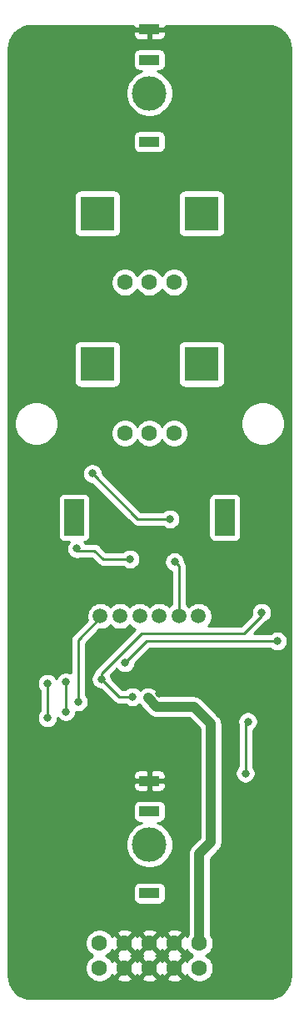
<source format=gbr>
%TF.GenerationSoftware,KiCad,Pcbnew,5.1.7-a382d34a8~88~ubuntu18.04.1*%
%TF.CreationDate,2022-04-19T18:24:53-07:00*%
%TF.ProjectId,cv-extractor,63762d65-7874-4726-9163-746f722e6b69,rev?*%
%TF.SameCoordinates,Original*%
%TF.FileFunction,Copper,L1,Top*%
%TF.FilePolarity,Positive*%
%FSLAX46Y46*%
G04 Gerber Fmt 4.6, Leading zero omitted, Abs format (unit mm)*
G04 Created by KiCad (PCBNEW 5.1.7-a382d34a8~88~ubuntu18.04.1) date 2022-04-19 18:24:53*
%MOMM*%
%LPD*%
G01*
G04 APERTURE LIST*
%TA.AperFunction,ComponentPad*%
%ADD10C,3.500000*%
%TD*%
%TA.AperFunction,ComponentPad*%
%ADD11R,2.000000X1.000000*%
%TD*%
%TA.AperFunction,ComponentPad*%
%ADD12R,2.000000X3.700000*%
%TD*%
%TA.AperFunction,ComponentPad*%
%ADD13C,1.500000*%
%TD*%
%TA.AperFunction,ComponentPad*%
%ADD14R,3.500000X3.500000*%
%TD*%
%TA.AperFunction,ComponentPad*%
%ADD15C,1.600000*%
%TD*%
%TA.AperFunction,ComponentPad*%
%ADD16C,1.600200*%
%TD*%
%TA.AperFunction,ViaPad*%
%ADD17C,0.800000*%
%TD*%
%TA.AperFunction,Conductor*%
%ADD18C,0.250000*%
%TD*%
%TA.AperFunction,Conductor*%
%ADD19C,1.000000*%
%TD*%
%TA.AperFunction,Conductor*%
%ADD20C,0.254000*%
%TD*%
%TA.AperFunction,Conductor*%
%ADD21C,0.100000*%
%TD*%
G04 APERTURE END LIST*
D10*
%TO.P,J2,*%
%TO.N,*%
X100000000Y-103750000D03*
D11*
%TO.P,J2,3*%
%TO.N,Net-(C5-Pad2)*%
X100000000Y-108670000D03*
%TO.P,J2,2*%
X100000000Y-100370000D03*
%TO.P,J2,1*%
%TO.N,GND*%
X100000000Y-97270000D03*
%TD*%
D10*
%TO.P,J1,*%
%TO.N,*%
X100000000Y-27500000D03*
D11*
%TO.P,J1,3*%
%TO.N,Net-(J1-Pad2)*%
X100000000Y-32420000D03*
%TO.P,J1,2*%
X100000000Y-24120000D03*
%TO.P,J1,1*%
%TO.N,GND*%
X100000000Y-21020000D03*
%TD*%
D12*
%TO.P,RV1,*%
%TO.N,*%
X107650000Y-70550000D03*
D13*
%TO.P,RV1,6*%
%TO.N,Net-(C1-Pad2)*%
X105000000Y-80550000D03*
%TO.P,RV1,3*%
%TO.N,Net-(C5-Pad1)*%
X103000000Y-80550000D03*
%TO.P,RV1,2*%
%TO.N,Net-(R7-Pad1)*%
X101000000Y-80550000D03*
%TO.P,RV1,1*%
X99000000Y-80550000D03*
%TO.P,RV1,4*%
%TO.N,Net-(R8-Pad1)*%
X97000000Y-80550000D03*
%TO.P,RV1,5*%
%TO.N,Net-(C1-Pad2)*%
X95000000Y-80550000D03*
D12*
%TO.P,RV1,*%
%TO.N,*%
X92350000Y-70550000D03*
%TD*%
D14*
%TO.P,RV2,*%
%TO.N,*%
X105300000Y-39700000D03*
D15*
%TO.P,RV2,2*%
%TO.N,Net-(R12-Pad2)*%
X100000000Y-46700000D03*
%TO.P,RV2,3*%
X102500000Y-46700000D03*
%TO.P,RV2,1*%
%TO.N,Net-(JP1-Pad1)*%
X97500000Y-46700000D03*
D14*
%TO.P,RV2,*%
%TO.N,*%
X94700000Y-39700000D03*
%TD*%
D16*
%TO.P,J3,10*%
%TO.N,+12V*%
X105080000Y-116270000D03*
%TO.P,J3,9*%
X105080000Y-113730000D03*
%TO.P,J3,8*%
%TO.N,GND*%
X102540000Y-116270000D03*
%TO.P,J3,7*%
X102540000Y-113730000D03*
%TO.P,J3,6*%
X100000000Y-116270000D03*
%TO.P,J3,5*%
X100000000Y-113730000D03*
%TO.P,J3,4*%
X97460000Y-116270000D03*
%TO.P,J3,3*%
X97460000Y-113730000D03*
%TO.P,J3,2*%
%TO.N,-12V*%
X94920000Y-116270000D03*
%TO.P,J3,1*%
X94920000Y-113730000D03*
%TD*%
D14*
%TO.P,RV3,*%
%TO.N,*%
X94700000Y-55000000D03*
D15*
%TO.P,RV3,1*%
%TO.N,Net-(R9-Pad2)*%
X97500000Y-62000000D03*
%TO.P,RV3,3*%
%TO.N,Net-(C5-Pad2)*%
X102500000Y-62000000D03*
%TO.P,RV3,2*%
%TO.N,Net-(RV3-Pad2)*%
X100000000Y-62000000D03*
D14*
%TO.P,RV3,*%
%TO.N,*%
X105300000Y-55000000D03*
%TD*%
D17*
%TO.N,Net-(C1-Pad2)*%
X92750000Y-89250000D03*
%TO.N,GND*%
X101000000Y-88375000D03*
X104400000Y-77400000D03*
X87700000Y-79100000D03*
X102600000Y-65400000D03*
X107600000Y-66300000D03*
X94200000Y-77700000D03*
X96100000Y-83600000D03*
X106800000Y-86700000D03*
X108300000Y-92800000D03*
X96400000Y-95100000D03*
X100700000Y-106900000D03*
X94000000Y-49900000D03*
X101400000Y-49400000D03*
X100300000Y-64400000D03*
X111550000Y-68350000D03*
%TO.N,Net-(R3-Pad1)*%
X110000000Y-91250000D03*
X109750000Y-96500000D03*
%TO.N,+12V*%
X99850000Y-88853002D03*
%TO.N,Net-(C5-Pad2)*%
X89625000Y-90875000D03*
X89625000Y-87375000D03*
X98025000Y-74775000D03*
X92617501Y-73717501D03*
%TO.N,Net-(C5-Pad1)*%
X102550000Y-75050000D03*
%TO.N,Net-(JP1-Pad1)*%
X95103500Y-86950000D03*
X98250000Y-88750000D03*
X111400000Y-80200000D03*
%TO.N,Net-(JP2-Pad2)*%
X102100000Y-70700000D03*
X94200000Y-66100000D03*
%TO.N,Net-(R12-Pad2)*%
X97500000Y-85300000D03*
X113000000Y-83100000D03*
%TO.N,Net-(RV3-Pad2)*%
X91500000Y-90250000D03*
X91500000Y-87250000D03*
%TD*%
D18*
%TO.N,Net-(C1-Pad2)*%
X92750000Y-89250000D02*
X92750000Y-87000000D01*
X92750000Y-83000000D02*
X95000000Y-80750000D01*
X92750000Y-87000000D02*
X92750000Y-83000000D01*
%TO.N,Net-(R3-Pad1)*%
X109750000Y-91500000D02*
X110000000Y-91250000D01*
X109750000Y-96500000D02*
X109750000Y-91500000D01*
D19*
%TO.N,+12V*%
X105080000Y-113730000D02*
X105080000Y-104670000D01*
X105080000Y-104670000D02*
X106250000Y-103500000D01*
X106250000Y-103500000D02*
X106250000Y-91500000D01*
X106250000Y-91500000D02*
X104500000Y-89750000D01*
X100746998Y-89750000D02*
X99850000Y-88853002D01*
X104500000Y-89750000D02*
X100746998Y-89750000D01*
D18*
%TO.N,Net-(C5-Pad2)*%
X89625000Y-90875000D02*
X89625000Y-87375000D01*
X89625000Y-87375000D02*
X89625000Y-87375000D01*
X98025000Y-74775000D02*
X95275000Y-74775000D01*
X95275000Y-74775000D02*
X94400000Y-73900000D01*
X94400000Y-73900000D02*
X92500000Y-73900000D01*
%TO.N,Net-(C5-Pad1)*%
X103000000Y-80550000D02*
X103000000Y-80600000D01*
X103000000Y-80600000D02*
X103000000Y-75500000D01*
X103000000Y-75500000D02*
X102550000Y-75050000D01*
X102550000Y-75050000D02*
X102500000Y-75000000D01*
%TO.N,Net-(JP1-Pad1)*%
X96903500Y-88750000D02*
X95103500Y-86950000D01*
X98250000Y-88750000D02*
X96903500Y-88750000D01*
X95103500Y-86384315D02*
X99187815Y-82300000D01*
X95103500Y-86950000D02*
X95103500Y-86384315D01*
X99187815Y-82300000D02*
X109600000Y-82300000D01*
X109600000Y-82300000D02*
X111400000Y-80500000D01*
X111400000Y-80500000D02*
X111400000Y-80200000D01*
X111400000Y-80200000D02*
X111400000Y-80200000D01*
%TO.N,Net-(JP2-Pad2)*%
X102100000Y-70700000D02*
X98800000Y-70700000D01*
X98800000Y-70700000D02*
X94200000Y-66100000D01*
X94200000Y-66100000D02*
X94200000Y-66100000D01*
%TO.N,Net-(R12-Pad2)*%
X97500000Y-85300000D02*
X99200000Y-83600000D01*
X99200000Y-83600000D02*
X99700000Y-83100000D01*
X99700000Y-83100000D02*
X112200000Y-83100000D01*
X112200000Y-83100000D02*
X113000000Y-83100000D01*
X113000000Y-83100000D02*
X113100000Y-83100000D01*
%TO.N,Net-(RV3-Pad2)*%
X91500000Y-90250000D02*
X91500000Y-87250000D01*
X91500000Y-87250000D02*
X91500000Y-87000000D01*
%TD*%
D20*
%TO.N,GND*%
X98365000Y-20734250D02*
X98523750Y-20893000D01*
X99873000Y-20893000D01*
X99873000Y-20873000D01*
X100127000Y-20873000D01*
X100127000Y-20893000D01*
X101476250Y-20893000D01*
X101635000Y-20734250D01*
X101636065Y-20660000D01*
X111967721Y-20660000D01*
X112453893Y-20707670D01*
X112890498Y-20839489D01*
X113293185Y-21053600D01*
X113646612Y-21341848D01*
X113937327Y-21693261D01*
X114154242Y-22094439D01*
X114289106Y-22530113D01*
X114340000Y-23014344D01*
X114340001Y-116967711D01*
X114292330Y-117453894D01*
X114160512Y-117890497D01*
X113946399Y-118293186D01*
X113658150Y-118646613D01*
X113306739Y-118937327D01*
X112905564Y-119154240D01*
X112469886Y-119289106D01*
X111985664Y-119340000D01*
X88032279Y-119340000D01*
X87546106Y-119292330D01*
X87109503Y-119160512D01*
X86706814Y-118946399D01*
X86353387Y-118658150D01*
X86062673Y-118306739D01*
X85845760Y-117905564D01*
X85710894Y-117469886D01*
X85660000Y-116985664D01*
X85660000Y-113588655D01*
X93484900Y-113588655D01*
X93484900Y-113871345D01*
X93540050Y-114148603D01*
X93648231Y-114409775D01*
X93805285Y-114644823D01*
X94005177Y-114844715D01*
X94237578Y-115000000D01*
X94005177Y-115155285D01*
X93805285Y-115355177D01*
X93648231Y-115590225D01*
X93540050Y-115851397D01*
X93484900Y-116128655D01*
X93484900Y-116411345D01*
X93540050Y-116688603D01*
X93648231Y-116949775D01*
X93805285Y-117184823D01*
X94005177Y-117384715D01*
X94240225Y-117541769D01*
X94501397Y-117649950D01*
X94778655Y-117705100D01*
X95061345Y-117705100D01*
X95338603Y-117649950D01*
X95599775Y-117541769D01*
X95834823Y-117384715D01*
X95956764Y-117262774D01*
X96646831Y-117262774D01*
X96718426Y-117506754D01*
X96973954Y-117627664D01*
X97248161Y-117696400D01*
X97530508Y-117710320D01*
X97810147Y-117668889D01*
X98076328Y-117573700D01*
X98201574Y-117506754D01*
X98273169Y-117262774D01*
X99186831Y-117262774D01*
X99258426Y-117506754D01*
X99513954Y-117627664D01*
X99788161Y-117696400D01*
X100070508Y-117710320D01*
X100350147Y-117668889D01*
X100616328Y-117573700D01*
X100741574Y-117506754D01*
X100813169Y-117262774D01*
X101726831Y-117262774D01*
X101798426Y-117506754D01*
X102053954Y-117627664D01*
X102328161Y-117696400D01*
X102610508Y-117710320D01*
X102890147Y-117668889D01*
X103156328Y-117573700D01*
X103281574Y-117506754D01*
X103353169Y-117262774D01*
X102540000Y-116449605D01*
X101726831Y-117262774D01*
X100813169Y-117262774D01*
X100000000Y-116449605D01*
X99186831Y-117262774D01*
X98273169Y-117262774D01*
X97460000Y-116449605D01*
X96646831Y-117262774D01*
X95956764Y-117262774D01*
X96034715Y-117184823D01*
X96190905Y-116951068D01*
X96223246Y-117011574D01*
X96467226Y-117083169D01*
X97280395Y-116270000D01*
X97639605Y-116270000D01*
X98452774Y-117083169D01*
X98696754Y-117011574D01*
X98727976Y-116945590D01*
X98763246Y-117011574D01*
X99007226Y-117083169D01*
X99820395Y-116270000D01*
X100179605Y-116270000D01*
X100992774Y-117083169D01*
X101236754Y-117011574D01*
X101267976Y-116945590D01*
X101303246Y-117011574D01*
X101547226Y-117083169D01*
X102360395Y-116270000D01*
X101547226Y-115456831D01*
X101303246Y-115528426D01*
X101272024Y-115594410D01*
X101236754Y-115528426D01*
X100992774Y-115456831D01*
X100179605Y-116270000D01*
X99820395Y-116270000D01*
X99007226Y-115456831D01*
X98763246Y-115528426D01*
X98732024Y-115594410D01*
X98696754Y-115528426D01*
X98452774Y-115456831D01*
X97639605Y-116270000D01*
X97280395Y-116270000D01*
X96467226Y-115456831D01*
X96223246Y-115528426D01*
X96192812Y-115592744D01*
X96191769Y-115590225D01*
X96034715Y-115355177D01*
X95834823Y-115155285D01*
X95602422Y-115000000D01*
X95834823Y-114844715D01*
X95956764Y-114722774D01*
X96646831Y-114722774D01*
X96718426Y-114966754D01*
X96784410Y-114997976D01*
X96718426Y-115033246D01*
X96646831Y-115277226D01*
X97460000Y-116090395D01*
X98273169Y-115277226D01*
X98201574Y-115033246D01*
X98135590Y-115002024D01*
X98201574Y-114966754D01*
X98273169Y-114722774D01*
X99186831Y-114722774D01*
X99258426Y-114966754D01*
X99324410Y-114997976D01*
X99258426Y-115033246D01*
X99186831Y-115277226D01*
X100000000Y-116090395D01*
X100813169Y-115277226D01*
X100741574Y-115033246D01*
X100675590Y-115002024D01*
X100741574Y-114966754D01*
X100813169Y-114722774D01*
X101726831Y-114722774D01*
X101798426Y-114966754D01*
X101864410Y-114997976D01*
X101798426Y-115033246D01*
X101726831Y-115277226D01*
X102540000Y-116090395D01*
X103353169Y-115277226D01*
X103281574Y-115033246D01*
X103215590Y-115002024D01*
X103281574Y-114966754D01*
X103353169Y-114722774D01*
X102540000Y-113909605D01*
X101726831Y-114722774D01*
X100813169Y-114722774D01*
X100000000Y-113909605D01*
X99186831Y-114722774D01*
X98273169Y-114722774D01*
X97460000Y-113909605D01*
X96646831Y-114722774D01*
X95956764Y-114722774D01*
X96034715Y-114644823D01*
X96190905Y-114411068D01*
X96223246Y-114471574D01*
X96467226Y-114543169D01*
X97280395Y-113730000D01*
X97639605Y-113730000D01*
X98452774Y-114543169D01*
X98696754Y-114471574D01*
X98727976Y-114405590D01*
X98763246Y-114471574D01*
X99007226Y-114543169D01*
X99820395Y-113730000D01*
X100179605Y-113730000D01*
X100992774Y-114543169D01*
X101236754Y-114471574D01*
X101267976Y-114405590D01*
X101303246Y-114471574D01*
X101547226Y-114543169D01*
X102360395Y-113730000D01*
X101547226Y-112916831D01*
X101303246Y-112988426D01*
X101272024Y-113054410D01*
X101236754Y-112988426D01*
X100992774Y-112916831D01*
X100179605Y-113730000D01*
X99820395Y-113730000D01*
X99007226Y-112916831D01*
X98763246Y-112988426D01*
X98732024Y-113054410D01*
X98696754Y-112988426D01*
X98452774Y-112916831D01*
X97639605Y-113730000D01*
X97280395Y-113730000D01*
X96467226Y-112916831D01*
X96223246Y-112988426D01*
X96192812Y-113052744D01*
X96191769Y-113050225D01*
X96034715Y-112815177D01*
X95956764Y-112737226D01*
X96646831Y-112737226D01*
X97460000Y-113550395D01*
X98273169Y-112737226D01*
X99186831Y-112737226D01*
X100000000Y-113550395D01*
X100813169Y-112737226D01*
X101726831Y-112737226D01*
X102540000Y-113550395D01*
X103353169Y-112737226D01*
X103281574Y-112493246D01*
X103026046Y-112372336D01*
X102751839Y-112303600D01*
X102469492Y-112289680D01*
X102189853Y-112331111D01*
X101923672Y-112426300D01*
X101798426Y-112493246D01*
X101726831Y-112737226D01*
X100813169Y-112737226D01*
X100741574Y-112493246D01*
X100486046Y-112372336D01*
X100211839Y-112303600D01*
X99929492Y-112289680D01*
X99649853Y-112331111D01*
X99383672Y-112426300D01*
X99258426Y-112493246D01*
X99186831Y-112737226D01*
X98273169Y-112737226D01*
X98201574Y-112493246D01*
X97946046Y-112372336D01*
X97671839Y-112303600D01*
X97389492Y-112289680D01*
X97109853Y-112331111D01*
X96843672Y-112426300D01*
X96718426Y-112493246D01*
X96646831Y-112737226D01*
X95956764Y-112737226D01*
X95834823Y-112615285D01*
X95599775Y-112458231D01*
X95338603Y-112350050D01*
X95061345Y-112294900D01*
X94778655Y-112294900D01*
X94501397Y-112350050D01*
X94240225Y-112458231D01*
X94005177Y-112615285D01*
X93805285Y-112815177D01*
X93648231Y-113050225D01*
X93540050Y-113311397D01*
X93484900Y-113588655D01*
X85660000Y-113588655D01*
X85660000Y-108170000D01*
X98361928Y-108170000D01*
X98361928Y-109170000D01*
X98374188Y-109294482D01*
X98410498Y-109414180D01*
X98469463Y-109524494D01*
X98548815Y-109621185D01*
X98645506Y-109700537D01*
X98755820Y-109759502D01*
X98875518Y-109795812D01*
X99000000Y-109808072D01*
X101000000Y-109808072D01*
X101124482Y-109795812D01*
X101244180Y-109759502D01*
X101354494Y-109700537D01*
X101451185Y-109621185D01*
X101530537Y-109524494D01*
X101589502Y-109414180D01*
X101625812Y-109294482D01*
X101638072Y-109170000D01*
X101638072Y-108170000D01*
X101625812Y-108045518D01*
X101589502Y-107925820D01*
X101530537Y-107815506D01*
X101451185Y-107718815D01*
X101354494Y-107639463D01*
X101244180Y-107580498D01*
X101124482Y-107544188D01*
X101000000Y-107531928D01*
X99000000Y-107531928D01*
X98875518Y-107544188D01*
X98755820Y-107580498D01*
X98645506Y-107639463D01*
X98548815Y-107718815D01*
X98469463Y-107815506D01*
X98410498Y-107925820D01*
X98374188Y-108045518D01*
X98361928Y-108170000D01*
X85660000Y-108170000D01*
X85660000Y-103515098D01*
X97615000Y-103515098D01*
X97615000Y-103984902D01*
X97706654Y-104445679D01*
X97886440Y-104879721D01*
X98147450Y-105270349D01*
X98479651Y-105602550D01*
X98870279Y-105863560D01*
X99304321Y-106043346D01*
X99765098Y-106135000D01*
X100234902Y-106135000D01*
X100695679Y-106043346D01*
X101129721Y-105863560D01*
X101520349Y-105602550D01*
X101852550Y-105270349D01*
X102113560Y-104879721D01*
X102293346Y-104445679D01*
X102385000Y-103984902D01*
X102385000Y-103515098D01*
X102293346Y-103054321D01*
X102113560Y-102620279D01*
X101852550Y-102229651D01*
X101520349Y-101897450D01*
X101129721Y-101636440D01*
X100819813Y-101508072D01*
X101000000Y-101508072D01*
X101124482Y-101495812D01*
X101244180Y-101459502D01*
X101354494Y-101400537D01*
X101451185Y-101321185D01*
X101530537Y-101224494D01*
X101589502Y-101114180D01*
X101625812Y-100994482D01*
X101638072Y-100870000D01*
X101638072Y-99870000D01*
X101625812Y-99745518D01*
X101589502Y-99625820D01*
X101530537Y-99515506D01*
X101451185Y-99418815D01*
X101354494Y-99339463D01*
X101244180Y-99280498D01*
X101124482Y-99244188D01*
X101000000Y-99231928D01*
X99000000Y-99231928D01*
X98875518Y-99244188D01*
X98755820Y-99280498D01*
X98645506Y-99339463D01*
X98548815Y-99418815D01*
X98469463Y-99515506D01*
X98410498Y-99625820D01*
X98374188Y-99745518D01*
X98361928Y-99870000D01*
X98361928Y-100870000D01*
X98374188Y-100994482D01*
X98410498Y-101114180D01*
X98469463Y-101224494D01*
X98548815Y-101321185D01*
X98645506Y-101400537D01*
X98755820Y-101459502D01*
X98875518Y-101495812D01*
X99000000Y-101508072D01*
X99180187Y-101508072D01*
X98870279Y-101636440D01*
X98479651Y-101897450D01*
X98147450Y-102229651D01*
X97886440Y-102620279D01*
X97706654Y-103054321D01*
X97615000Y-103515098D01*
X85660000Y-103515098D01*
X85660000Y-97770000D01*
X98361928Y-97770000D01*
X98374188Y-97894482D01*
X98410498Y-98014180D01*
X98469463Y-98124494D01*
X98548815Y-98221185D01*
X98645506Y-98300537D01*
X98755820Y-98359502D01*
X98875518Y-98395812D01*
X99000000Y-98408072D01*
X99714250Y-98405000D01*
X99873000Y-98246250D01*
X99873000Y-97397000D01*
X100127000Y-97397000D01*
X100127000Y-98246250D01*
X100285750Y-98405000D01*
X101000000Y-98408072D01*
X101124482Y-98395812D01*
X101244180Y-98359502D01*
X101354494Y-98300537D01*
X101451185Y-98221185D01*
X101530537Y-98124494D01*
X101589502Y-98014180D01*
X101625812Y-97894482D01*
X101638072Y-97770000D01*
X101635000Y-97555750D01*
X101476250Y-97397000D01*
X100127000Y-97397000D01*
X99873000Y-97397000D01*
X98523750Y-97397000D01*
X98365000Y-97555750D01*
X98361928Y-97770000D01*
X85660000Y-97770000D01*
X85660000Y-96770000D01*
X98361928Y-96770000D01*
X98365000Y-96984250D01*
X98523750Y-97143000D01*
X99873000Y-97143000D01*
X99873000Y-96293750D01*
X100127000Y-96293750D01*
X100127000Y-97143000D01*
X101476250Y-97143000D01*
X101635000Y-96984250D01*
X101638072Y-96770000D01*
X101625812Y-96645518D01*
X101589502Y-96525820D01*
X101530537Y-96415506D01*
X101451185Y-96318815D01*
X101354494Y-96239463D01*
X101244180Y-96180498D01*
X101124482Y-96144188D01*
X101000000Y-96131928D01*
X100285750Y-96135000D01*
X100127000Y-96293750D01*
X99873000Y-96293750D01*
X99714250Y-96135000D01*
X99000000Y-96131928D01*
X98875518Y-96144188D01*
X98755820Y-96180498D01*
X98645506Y-96239463D01*
X98548815Y-96318815D01*
X98469463Y-96415506D01*
X98410498Y-96525820D01*
X98374188Y-96645518D01*
X98361928Y-96770000D01*
X85660000Y-96770000D01*
X85660000Y-87273061D01*
X88590000Y-87273061D01*
X88590000Y-87476939D01*
X88629774Y-87676898D01*
X88707795Y-87865256D01*
X88821063Y-88034774D01*
X88865001Y-88078712D01*
X88865000Y-90171289D01*
X88821063Y-90215226D01*
X88707795Y-90384744D01*
X88629774Y-90573102D01*
X88590000Y-90773061D01*
X88590000Y-90976939D01*
X88629774Y-91176898D01*
X88707795Y-91365256D01*
X88821063Y-91534774D01*
X88965226Y-91678937D01*
X89134744Y-91792205D01*
X89323102Y-91870226D01*
X89523061Y-91910000D01*
X89726939Y-91910000D01*
X89926898Y-91870226D01*
X90115256Y-91792205D01*
X90284774Y-91678937D01*
X90428937Y-91534774D01*
X90542205Y-91365256D01*
X90620226Y-91176898D01*
X90660000Y-90976939D01*
X90660000Y-90855802D01*
X90696063Y-90909774D01*
X90840226Y-91053937D01*
X91009744Y-91167205D01*
X91198102Y-91245226D01*
X91398061Y-91285000D01*
X91601939Y-91285000D01*
X91801898Y-91245226D01*
X91990256Y-91167205D01*
X92159774Y-91053937D01*
X92303937Y-90909774D01*
X92417205Y-90740256D01*
X92495226Y-90551898D01*
X92535000Y-90351939D01*
X92535000Y-90262511D01*
X92648061Y-90285000D01*
X92851939Y-90285000D01*
X93051898Y-90245226D01*
X93240256Y-90167205D01*
X93409774Y-90053937D01*
X93553937Y-89909774D01*
X93667205Y-89740256D01*
X93745226Y-89551898D01*
X93785000Y-89351939D01*
X93785000Y-89148061D01*
X93745226Y-88948102D01*
X93667205Y-88759744D01*
X93553937Y-88590226D01*
X93510000Y-88546289D01*
X93510000Y-83314801D01*
X94889802Y-81935000D01*
X95136411Y-81935000D01*
X95403989Y-81881775D01*
X95656043Y-81777371D01*
X95882886Y-81625799D01*
X96000000Y-81508685D01*
X96117114Y-81625799D01*
X96343957Y-81777371D01*
X96596011Y-81881775D01*
X96863589Y-81935000D01*
X97136411Y-81935000D01*
X97403989Y-81881775D01*
X97656043Y-81777371D01*
X97882886Y-81625799D01*
X98000000Y-81508685D01*
X98117114Y-81625799D01*
X98343957Y-81777371D01*
X98550210Y-81862803D01*
X94592498Y-85820516D01*
X94563500Y-85844314D01*
X94539702Y-85873312D01*
X94539701Y-85873313D01*
X94468526Y-85960039D01*
X94444202Y-86005546D01*
X94397954Y-86092068D01*
X94354513Y-86235276D01*
X94299563Y-86290226D01*
X94186295Y-86459744D01*
X94108274Y-86648102D01*
X94068500Y-86848061D01*
X94068500Y-87051939D01*
X94108274Y-87251898D01*
X94186295Y-87440256D01*
X94299563Y-87609774D01*
X94443726Y-87753937D01*
X94613244Y-87867205D01*
X94801602Y-87945226D01*
X95001561Y-87985000D01*
X95063698Y-87985000D01*
X96339705Y-89261008D01*
X96363499Y-89290001D01*
X96392492Y-89313795D01*
X96392496Y-89313799D01*
X96463185Y-89371811D01*
X96479224Y-89384974D01*
X96611253Y-89455546D01*
X96754514Y-89499003D01*
X96866167Y-89510000D01*
X96866176Y-89510000D01*
X96903499Y-89513676D01*
X96940822Y-89510000D01*
X97546289Y-89510000D01*
X97590226Y-89553937D01*
X97759744Y-89667205D01*
X97948102Y-89745226D01*
X98148061Y-89785000D01*
X98351939Y-89785000D01*
X98551898Y-89745226D01*
X98740256Y-89667205D01*
X98909774Y-89553937D01*
X98935690Y-89528021D01*
X99008012Y-89616145D01*
X99905006Y-90513140D01*
X99940549Y-90556449D01*
X100084120Y-90674275D01*
X100113375Y-90698284D01*
X100310551Y-90803676D01*
X100524499Y-90868577D01*
X100746998Y-90890491D01*
X100802750Y-90885000D01*
X104029869Y-90885000D01*
X105115001Y-91970134D01*
X105115000Y-103029868D01*
X104316860Y-103828009D01*
X104273552Y-103863551D01*
X104131717Y-104036377D01*
X104079738Y-104133623D01*
X104026324Y-104233554D01*
X103961423Y-104447502D01*
X103939509Y-104670000D01*
X103945001Y-104725761D01*
X103945000Y-112845536D01*
X103809095Y-113048932D01*
X103776754Y-112988426D01*
X103532774Y-112916831D01*
X102719605Y-113730000D01*
X103532774Y-114543169D01*
X103776754Y-114471574D01*
X103807188Y-114407256D01*
X103808231Y-114409775D01*
X103965285Y-114644823D01*
X104165177Y-114844715D01*
X104397578Y-115000000D01*
X104165177Y-115155285D01*
X103965285Y-115355177D01*
X103809095Y-115588932D01*
X103776754Y-115528426D01*
X103532774Y-115456831D01*
X102719605Y-116270000D01*
X103532774Y-117083169D01*
X103776754Y-117011574D01*
X103807188Y-116947256D01*
X103808231Y-116949775D01*
X103965285Y-117184823D01*
X104165177Y-117384715D01*
X104400225Y-117541769D01*
X104661397Y-117649950D01*
X104938655Y-117705100D01*
X105221345Y-117705100D01*
X105498603Y-117649950D01*
X105759775Y-117541769D01*
X105994823Y-117384715D01*
X106194715Y-117184823D01*
X106351769Y-116949775D01*
X106459950Y-116688603D01*
X106515100Y-116411345D01*
X106515100Y-116128655D01*
X106459950Y-115851397D01*
X106351769Y-115590225D01*
X106194715Y-115355177D01*
X105994823Y-115155285D01*
X105762422Y-115000000D01*
X105994823Y-114844715D01*
X106194715Y-114644823D01*
X106351769Y-114409775D01*
X106459950Y-114148603D01*
X106515100Y-113871345D01*
X106515100Y-113588655D01*
X106459950Y-113311397D01*
X106351769Y-113050225D01*
X106215000Y-112845536D01*
X106215000Y-105140131D01*
X107013140Y-104341992D01*
X107056449Y-104306449D01*
X107198284Y-104133623D01*
X107303676Y-103936447D01*
X107368577Y-103722499D01*
X107385000Y-103555752D01*
X107385000Y-103555751D01*
X107390491Y-103500000D01*
X107385000Y-103444248D01*
X107385000Y-96398061D01*
X108715000Y-96398061D01*
X108715000Y-96601939D01*
X108754774Y-96801898D01*
X108832795Y-96990256D01*
X108946063Y-97159774D01*
X109090226Y-97303937D01*
X109259744Y-97417205D01*
X109448102Y-97495226D01*
X109648061Y-97535000D01*
X109851939Y-97535000D01*
X110051898Y-97495226D01*
X110240256Y-97417205D01*
X110409774Y-97303937D01*
X110553937Y-97159774D01*
X110667205Y-96990256D01*
X110745226Y-96801898D01*
X110785000Y-96601939D01*
X110785000Y-96398061D01*
X110745226Y-96198102D01*
X110667205Y-96009744D01*
X110553937Y-95840226D01*
X110510000Y-95796289D01*
X110510000Y-92154013D01*
X110659774Y-92053937D01*
X110803937Y-91909774D01*
X110917205Y-91740256D01*
X110995226Y-91551898D01*
X111035000Y-91351939D01*
X111035000Y-91148061D01*
X110995226Y-90948102D01*
X110917205Y-90759744D01*
X110803937Y-90590226D01*
X110659774Y-90446063D01*
X110490256Y-90332795D01*
X110301898Y-90254774D01*
X110101939Y-90215000D01*
X109898061Y-90215000D01*
X109698102Y-90254774D01*
X109509744Y-90332795D01*
X109340226Y-90446063D01*
X109196063Y-90590226D01*
X109082795Y-90759744D01*
X109004774Y-90948102D01*
X108965000Y-91148061D01*
X108965000Y-91351939D01*
X108989015Y-91472674D01*
X108986324Y-91500000D01*
X108990001Y-91537332D01*
X108990000Y-95796289D01*
X108946063Y-95840226D01*
X108832795Y-96009744D01*
X108754774Y-96198102D01*
X108715000Y-96398061D01*
X107385000Y-96398061D01*
X107385000Y-91555752D01*
X107390491Y-91500000D01*
X107368577Y-91277501D01*
X107303676Y-91063553D01*
X107198284Y-90866377D01*
X107091989Y-90736856D01*
X107091987Y-90736854D01*
X107056449Y-90693551D01*
X107013146Y-90658013D01*
X105341995Y-88986864D01*
X105306449Y-88943551D01*
X105133623Y-88801716D01*
X104936447Y-88696324D01*
X104722499Y-88631423D01*
X104555752Y-88615000D01*
X104555751Y-88615000D01*
X104500000Y-88609509D01*
X104444249Y-88615000D01*
X101217130Y-88615000D01*
X100613143Y-88011014D01*
X100483622Y-87904719D01*
X100286446Y-87799326D01*
X100072498Y-87734425D01*
X99850000Y-87712511D01*
X99627502Y-87734425D01*
X99413554Y-87799326D01*
X99216378Y-87904719D01*
X99043552Y-88046554D01*
X99028548Y-88064837D01*
X98909774Y-87946063D01*
X98740256Y-87832795D01*
X98551898Y-87754774D01*
X98351939Y-87715000D01*
X98148061Y-87715000D01*
X97948102Y-87754774D01*
X97759744Y-87832795D01*
X97590226Y-87946063D01*
X97546289Y-87990000D01*
X97218303Y-87990000D01*
X96138500Y-86910198D01*
X96138500Y-86848061D01*
X96098726Y-86648102D01*
X96044771Y-86517845D01*
X96658724Y-85903892D01*
X96696063Y-85959774D01*
X96840226Y-86103937D01*
X97009744Y-86217205D01*
X97198102Y-86295226D01*
X97398061Y-86335000D01*
X97601939Y-86335000D01*
X97801898Y-86295226D01*
X97990256Y-86217205D01*
X98159774Y-86103937D01*
X98303937Y-85959774D01*
X98417205Y-85790256D01*
X98495226Y-85601898D01*
X98535000Y-85401939D01*
X98535000Y-85339801D01*
X99763799Y-84111003D01*
X99763804Y-84110997D01*
X100014801Y-83860000D01*
X112296289Y-83860000D01*
X112340226Y-83903937D01*
X112509744Y-84017205D01*
X112698102Y-84095226D01*
X112898061Y-84135000D01*
X113101939Y-84135000D01*
X113301898Y-84095226D01*
X113490256Y-84017205D01*
X113659774Y-83903937D01*
X113803937Y-83759774D01*
X113917205Y-83590256D01*
X113995226Y-83401898D01*
X114035000Y-83201939D01*
X114035000Y-82998061D01*
X113995226Y-82798102D01*
X113917205Y-82609744D01*
X113803937Y-82440226D01*
X113659774Y-82296063D01*
X113490256Y-82182795D01*
X113301898Y-82104774D01*
X113101939Y-82065000D01*
X112898061Y-82065000D01*
X112698102Y-82104774D01*
X112509744Y-82182795D01*
X112340226Y-82296063D01*
X112296289Y-82340000D01*
X110634802Y-82340000D01*
X111834505Y-81140298D01*
X111890256Y-81117205D01*
X112059774Y-81003937D01*
X112203937Y-80859774D01*
X112317205Y-80690256D01*
X112395226Y-80501898D01*
X112435000Y-80301939D01*
X112435000Y-80098061D01*
X112395226Y-79898102D01*
X112317205Y-79709744D01*
X112203937Y-79540226D01*
X112059774Y-79396063D01*
X111890256Y-79282795D01*
X111701898Y-79204774D01*
X111501939Y-79165000D01*
X111298061Y-79165000D01*
X111098102Y-79204774D01*
X110909744Y-79282795D01*
X110740226Y-79396063D01*
X110596063Y-79540226D01*
X110482795Y-79709744D01*
X110404774Y-79898102D01*
X110365000Y-80098061D01*
X110365000Y-80301939D01*
X110391257Y-80433941D01*
X109285199Y-81540000D01*
X105968685Y-81540000D01*
X106075799Y-81432886D01*
X106227371Y-81206043D01*
X106331775Y-80953989D01*
X106385000Y-80686411D01*
X106385000Y-80413589D01*
X106331775Y-80146011D01*
X106227371Y-79893957D01*
X106075799Y-79667114D01*
X105882886Y-79474201D01*
X105656043Y-79322629D01*
X105403989Y-79218225D01*
X105136411Y-79165000D01*
X104863589Y-79165000D01*
X104596011Y-79218225D01*
X104343957Y-79322629D01*
X104117114Y-79474201D01*
X104000000Y-79591315D01*
X103882886Y-79474201D01*
X103760000Y-79392091D01*
X103760000Y-75537322D01*
X103763676Y-75499999D01*
X103760000Y-75462676D01*
X103760000Y-75462667D01*
X103749003Y-75351014D01*
X103705546Y-75207753D01*
X103700859Y-75198985D01*
X103634974Y-75075723D01*
X103600031Y-75033146D01*
X103585000Y-75014830D01*
X103585000Y-74948061D01*
X103545226Y-74748102D01*
X103467205Y-74559744D01*
X103353937Y-74390226D01*
X103209774Y-74246063D01*
X103040256Y-74132795D01*
X102851898Y-74054774D01*
X102651939Y-74015000D01*
X102448061Y-74015000D01*
X102248102Y-74054774D01*
X102059744Y-74132795D01*
X101890226Y-74246063D01*
X101746063Y-74390226D01*
X101632795Y-74559744D01*
X101554774Y-74748102D01*
X101515000Y-74948061D01*
X101515000Y-75151939D01*
X101554774Y-75351898D01*
X101632795Y-75540256D01*
X101746063Y-75709774D01*
X101890226Y-75853937D01*
X102059744Y-75967205D01*
X102240001Y-76041870D01*
X102240000Y-79392091D01*
X102117114Y-79474201D01*
X102000000Y-79591315D01*
X101882886Y-79474201D01*
X101656043Y-79322629D01*
X101403989Y-79218225D01*
X101136411Y-79165000D01*
X100863589Y-79165000D01*
X100596011Y-79218225D01*
X100343957Y-79322629D01*
X100117114Y-79474201D01*
X100000000Y-79591315D01*
X99882886Y-79474201D01*
X99656043Y-79322629D01*
X99403989Y-79218225D01*
X99136411Y-79165000D01*
X98863589Y-79165000D01*
X98596011Y-79218225D01*
X98343957Y-79322629D01*
X98117114Y-79474201D01*
X98000000Y-79591315D01*
X97882886Y-79474201D01*
X97656043Y-79322629D01*
X97403989Y-79218225D01*
X97136411Y-79165000D01*
X96863589Y-79165000D01*
X96596011Y-79218225D01*
X96343957Y-79322629D01*
X96117114Y-79474201D01*
X96000000Y-79591315D01*
X95882886Y-79474201D01*
X95656043Y-79322629D01*
X95403989Y-79218225D01*
X95136411Y-79165000D01*
X94863589Y-79165000D01*
X94596011Y-79218225D01*
X94343957Y-79322629D01*
X94117114Y-79474201D01*
X93924201Y-79667114D01*
X93772629Y-79893957D01*
X93668225Y-80146011D01*
X93615000Y-80413589D01*
X93615000Y-80686411D01*
X93668225Y-80953989D01*
X93683744Y-80991455D01*
X92238998Y-82436201D01*
X92210000Y-82459999D01*
X92186202Y-82488997D01*
X92186201Y-82488998D01*
X92115026Y-82575724D01*
X92044454Y-82707754D01*
X92017048Y-82798102D01*
X92000998Y-82851014D01*
X91992729Y-82934974D01*
X91986324Y-83000000D01*
X91990001Y-83037332D01*
X91990000Y-86332689D01*
X91801898Y-86254774D01*
X91601939Y-86215000D01*
X91398061Y-86215000D01*
X91198102Y-86254774D01*
X91009744Y-86332795D01*
X90840226Y-86446063D01*
X90696063Y-86590226D01*
X90582795Y-86759744D01*
X90535299Y-86874409D01*
X90428937Y-86715226D01*
X90284774Y-86571063D01*
X90115256Y-86457795D01*
X89926898Y-86379774D01*
X89726939Y-86340000D01*
X89523061Y-86340000D01*
X89323102Y-86379774D01*
X89134744Y-86457795D01*
X88965226Y-86571063D01*
X88821063Y-86715226D01*
X88707795Y-86884744D01*
X88629774Y-87073102D01*
X88590000Y-87273061D01*
X85660000Y-87273061D01*
X85660000Y-68700000D01*
X90711928Y-68700000D01*
X90711928Y-72400000D01*
X90724188Y-72524482D01*
X90760498Y-72644180D01*
X90819463Y-72754494D01*
X90898815Y-72851185D01*
X90995506Y-72930537D01*
X91105820Y-72989502D01*
X91225518Y-73025812D01*
X91350000Y-73038072D01*
X91833219Y-73038072D01*
X91813564Y-73057727D01*
X91700296Y-73227245D01*
X91622275Y-73415603D01*
X91582501Y-73615562D01*
X91582501Y-73819440D01*
X91622275Y-74019399D01*
X91700296Y-74207757D01*
X91813564Y-74377275D01*
X91957727Y-74521438D01*
X92127245Y-74634706D01*
X92315603Y-74712727D01*
X92515562Y-74752501D01*
X92719440Y-74752501D01*
X92919399Y-74712727D01*
X93046692Y-74660000D01*
X94085199Y-74660000D01*
X94711201Y-75286003D01*
X94734999Y-75315001D01*
X94850724Y-75409974D01*
X94982753Y-75480546D01*
X95126014Y-75524003D01*
X95237667Y-75535000D01*
X95237677Y-75535000D01*
X95275000Y-75538676D01*
X95312323Y-75535000D01*
X97321289Y-75535000D01*
X97365226Y-75578937D01*
X97534744Y-75692205D01*
X97723102Y-75770226D01*
X97923061Y-75810000D01*
X98126939Y-75810000D01*
X98326898Y-75770226D01*
X98515256Y-75692205D01*
X98684774Y-75578937D01*
X98828937Y-75434774D01*
X98942205Y-75265256D01*
X99020226Y-75076898D01*
X99060000Y-74876939D01*
X99060000Y-74673061D01*
X99020226Y-74473102D01*
X98942205Y-74284744D01*
X98828937Y-74115226D01*
X98684774Y-73971063D01*
X98515256Y-73857795D01*
X98326898Y-73779774D01*
X98126939Y-73740000D01*
X97923061Y-73740000D01*
X97723102Y-73779774D01*
X97534744Y-73857795D01*
X97365226Y-73971063D01*
X97321289Y-74015000D01*
X95589802Y-74015000D01*
X94963803Y-73389002D01*
X94940001Y-73359999D01*
X94824276Y-73265026D01*
X94692247Y-73194454D01*
X94548986Y-73150997D01*
X94437333Y-73140000D01*
X94437322Y-73140000D01*
X94400000Y-73136324D01*
X94362678Y-73140000D01*
X93476411Y-73140000D01*
X93421438Y-73057727D01*
X93397140Y-73033429D01*
X93474482Y-73025812D01*
X93594180Y-72989502D01*
X93704494Y-72930537D01*
X93801185Y-72851185D01*
X93880537Y-72754494D01*
X93939502Y-72644180D01*
X93975812Y-72524482D01*
X93988072Y-72400000D01*
X93988072Y-68700000D01*
X93975812Y-68575518D01*
X93939502Y-68455820D01*
X93880537Y-68345506D01*
X93801185Y-68248815D01*
X93704494Y-68169463D01*
X93594180Y-68110498D01*
X93474482Y-68074188D01*
X93350000Y-68061928D01*
X91350000Y-68061928D01*
X91225518Y-68074188D01*
X91105820Y-68110498D01*
X90995506Y-68169463D01*
X90898815Y-68248815D01*
X90819463Y-68345506D01*
X90760498Y-68455820D01*
X90724188Y-68575518D01*
X90711928Y-68700000D01*
X85660000Y-68700000D01*
X85660000Y-65998061D01*
X93165000Y-65998061D01*
X93165000Y-66201939D01*
X93204774Y-66401898D01*
X93282795Y-66590256D01*
X93396063Y-66759774D01*
X93540226Y-66903937D01*
X93709744Y-67017205D01*
X93898102Y-67095226D01*
X94098061Y-67135000D01*
X94160199Y-67135000D01*
X98236205Y-71211008D01*
X98259999Y-71240001D01*
X98288992Y-71263795D01*
X98288996Y-71263799D01*
X98359685Y-71321811D01*
X98375724Y-71334974D01*
X98507753Y-71405546D01*
X98651014Y-71449003D01*
X98762667Y-71460000D01*
X98762676Y-71460000D01*
X98799999Y-71463676D01*
X98837322Y-71460000D01*
X101396289Y-71460000D01*
X101440226Y-71503937D01*
X101609744Y-71617205D01*
X101798102Y-71695226D01*
X101998061Y-71735000D01*
X102201939Y-71735000D01*
X102401898Y-71695226D01*
X102590256Y-71617205D01*
X102759774Y-71503937D01*
X102903937Y-71359774D01*
X103017205Y-71190256D01*
X103095226Y-71001898D01*
X103135000Y-70801939D01*
X103135000Y-70598061D01*
X103095226Y-70398102D01*
X103017205Y-70209744D01*
X102903937Y-70040226D01*
X102759774Y-69896063D01*
X102590256Y-69782795D01*
X102401898Y-69704774D01*
X102201939Y-69665000D01*
X101998061Y-69665000D01*
X101798102Y-69704774D01*
X101609744Y-69782795D01*
X101440226Y-69896063D01*
X101396289Y-69940000D01*
X99114803Y-69940000D01*
X97874803Y-68700000D01*
X106011928Y-68700000D01*
X106011928Y-72400000D01*
X106024188Y-72524482D01*
X106060498Y-72644180D01*
X106119463Y-72754494D01*
X106198815Y-72851185D01*
X106295506Y-72930537D01*
X106405820Y-72989502D01*
X106525518Y-73025812D01*
X106650000Y-73038072D01*
X108650000Y-73038072D01*
X108774482Y-73025812D01*
X108894180Y-72989502D01*
X109004494Y-72930537D01*
X109101185Y-72851185D01*
X109180537Y-72754494D01*
X109239502Y-72644180D01*
X109275812Y-72524482D01*
X109288072Y-72400000D01*
X109288072Y-68700000D01*
X109275812Y-68575518D01*
X109239502Y-68455820D01*
X109180537Y-68345506D01*
X109101185Y-68248815D01*
X109004494Y-68169463D01*
X108894180Y-68110498D01*
X108774482Y-68074188D01*
X108650000Y-68061928D01*
X106650000Y-68061928D01*
X106525518Y-68074188D01*
X106405820Y-68110498D01*
X106295506Y-68169463D01*
X106198815Y-68248815D01*
X106119463Y-68345506D01*
X106060498Y-68455820D01*
X106024188Y-68575518D01*
X106011928Y-68700000D01*
X97874803Y-68700000D01*
X95235000Y-66060199D01*
X95235000Y-65998061D01*
X95195226Y-65798102D01*
X95117205Y-65609744D01*
X95003937Y-65440226D01*
X94859774Y-65296063D01*
X94690256Y-65182795D01*
X94501898Y-65104774D01*
X94301939Y-65065000D01*
X94098061Y-65065000D01*
X93898102Y-65104774D01*
X93709744Y-65182795D01*
X93540226Y-65296063D01*
X93396063Y-65440226D01*
X93282795Y-65609744D01*
X93204774Y-65798102D01*
X93165000Y-65998061D01*
X85660000Y-65998061D01*
X85660000Y-60779872D01*
X86265000Y-60779872D01*
X86265000Y-61220128D01*
X86350890Y-61651925D01*
X86519369Y-62058669D01*
X86763962Y-62424729D01*
X87075271Y-62736038D01*
X87441331Y-62980631D01*
X87848075Y-63149110D01*
X88279872Y-63235000D01*
X88720128Y-63235000D01*
X89151925Y-63149110D01*
X89558669Y-62980631D01*
X89924729Y-62736038D01*
X90236038Y-62424729D01*
X90480631Y-62058669D01*
X90563475Y-61858665D01*
X96065000Y-61858665D01*
X96065000Y-62141335D01*
X96120147Y-62418574D01*
X96228320Y-62679727D01*
X96385363Y-62914759D01*
X96585241Y-63114637D01*
X96820273Y-63271680D01*
X97081426Y-63379853D01*
X97358665Y-63435000D01*
X97641335Y-63435000D01*
X97918574Y-63379853D01*
X98179727Y-63271680D01*
X98414759Y-63114637D01*
X98614637Y-62914759D01*
X98750000Y-62712173D01*
X98885363Y-62914759D01*
X99085241Y-63114637D01*
X99320273Y-63271680D01*
X99581426Y-63379853D01*
X99858665Y-63435000D01*
X100141335Y-63435000D01*
X100418574Y-63379853D01*
X100679727Y-63271680D01*
X100914759Y-63114637D01*
X101114637Y-62914759D01*
X101250000Y-62712173D01*
X101385363Y-62914759D01*
X101585241Y-63114637D01*
X101820273Y-63271680D01*
X102081426Y-63379853D01*
X102358665Y-63435000D01*
X102641335Y-63435000D01*
X102918574Y-63379853D01*
X103179727Y-63271680D01*
X103414759Y-63114637D01*
X103614637Y-62914759D01*
X103771680Y-62679727D01*
X103879853Y-62418574D01*
X103935000Y-62141335D01*
X103935000Y-61858665D01*
X103879853Y-61581426D01*
X103771680Y-61320273D01*
X103614637Y-61085241D01*
X103414759Y-60885363D01*
X103256881Y-60779872D01*
X109265000Y-60779872D01*
X109265000Y-61220128D01*
X109350890Y-61651925D01*
X109519369Y-62058669D01*
X109763962Y-62424729D01*
X110075271Y-62736038D01*
X110441331Y-62980631D01*
X110848075Y-63149110D01*
X111279872Y-63235000D01*
X111720128Y-63235000D01*
X112151925Y-63149110D01*
X112558669Y-62980631D01*
X112924729Y-62736038D01*
X113236038Y-62424729D01*
X113480631Y-62058669D01*
X113649110Y-61651925D01*
X113735000Y-61220128D01*
X113735000Y-60779872D01*
X113649110Y-60348075D01*
X113480631Y-59941331D01*
X113236038Y-59575271D01*
X112924729Y-59263962D01*
X112558669Y-59019369D01*
X112151925Y-58850890D01*
X111720128Y-58765000D01*
X111279872Y-58765000D01*
X110848075Y-58850890D01*
X110441331Y-59019369D01*
X110075271Y-59263962D01*
X109763962Y-59575271D01*
X109519369Y-59941331D01*
X109350890Y-60348075D01*
X109265000Y-60779872D01*
X103256881Y-60779872D01*
X103179727Y-60728320D01*
X102918574Y-60620147D01*
X102641335Y-60565000D01*
X102358665Y-60565000D01*
X102081426Y-60620147D01*
X101820273Y-60728320D01*
X101585241Y-60885363D01*
X101385363Y-61085241D01*
X101250000Y-61287827D01*
X101114637Y-61085241D01*
X100914759Y-60885363D01*
X100679727Y-60728320D01*
X100418574Y-60620147D01*
X100141335Y-60565000D01*
X99858665Y-60565000D01*
X99581426Y-60620147D01*
X99320273Y-60728320D01*
X99085241Y-60885363D01*
X98885363Y-61085241D01*
X98750000Y-61287827D01*
X98614637Y-61085241D01*
X98414759Y-60885363D01*
X98179727Y-60728320D01*
X97918574Y-60620147D01*
X97641335Y-60565000D01*
X97358665Y-60565000D01*
X97081426Y-60620147D01*
X96820273Y-60728320D01*
X96585241Y-60885363D01*
X96385363Y-61085241D01*
X96228320Y-61320273D01*
X96120147Y-61581426D01*
X96065000Y-61858665D01*
X90563475Y-61858665D01*
X90649110Y-61651925D01*
X90735000Y-61220128D01*
X90735000Y-60779872D01*
X90649110Y-60348075D01*
X90480631Y-59941331D01*
X90236038Y-59575271D01*
X89924729Y-59263962D01*
X89558669Y-59019369D01*
X89151925Y-58850890D01*
X88720128Y-58765000D01*
X88279872Y-58765000D01*
X87848075Y-58850890D01*
X87441331Y-59019369D01*
X87075271Y-59263962D01*
X86763962Y-59575271D01*
X86519369Y-59941331D01*
X86350890Y-60348075D01*
X86265000Y-60779872D01*
X85660000Y-60779872D01*
X85660000Y-53250000D01*
X92311928Y-53250000D01*
X92311928Y-56750000D01*
X92324188Y-56874482D01*
X92360498Y-56994180D01*
X92419463Y-57104494D01*
X92498815Y-57201185D01*
X92595506Y-57280537D01*
X92705820Y-57339502D01*
X92825518Y-57375812D01*
X92950000Y-57388072D01*
X96450000Y-57388072D01*
X96574482Y-57375812D01*
X96694180Y-57339502D01*
X96804494Y-57280537D01*
X96901185Y-57201185D01*
X96980537Y-57104494D01*
X97039502Y-56994180D01*
X97075812Y-56874482D01*
X97088072Y-56750000D01*
X97088072Y-53250000D01*
X102911928Y-53250000D01*
X102911928Y-56750000D01*
X102924188Y-56874482D01*
X102960498Y-56994180D01*
X103019463Y-57104494D01*
X103098815Y-57201185D01*
X103195506Y-57280537D01*
X103305820Y-57339502D01*
X103425518Y-57375812D01*
X103550000Y-57388072D01*
X107050000Y-57388072D01*
X107174482Y-57375812D01*
X107294180Y-57339502D01*
X107404494Y-57280537D01*
X107501185Y-57201185D01*
X107580537Y-57104494D01*
X107639502Y-56994180D01*
X107675812Y-56874482D01*
X107688072Y-56750000D01*
X107688072Y-53250000D01*
X107675812Y-53125518D01*
X107639502Y-53005820D01*
X107580537Y-52895506D01*
X107501185Y-52798815D01*
X107404494Y-52719463D01*
X107294180Y-52660498D01*
X107174482Y-52624188D01*
X107050000Y-52611928D01*
X103550000Y-52611928D01*
X103425518Y-52624188D01*
X103305820Y-52660498D01*
X103195506Y-52719463D01*
X103098815Y-52798815D01*
X103019463Y-52895506D01*
X102960498Y-53005820D01*
X102924188Y-53125518D01*
X102911928Y-53250000D01*
X97088072Y-53250000D01*
X97075812Y-53125518D01*
X97039502Y-53005820D01*
X96980537Y-52895506D01*
X96901185Y-52798815D01*
X96804494Y-52719463D01*
X96694180Y-52660498D01*
X96574482Y-52624188D01*
X96450000Y-52611928D01*
X92950000Y-52611928D01*
X92825518Y-52624188D01*
X92705820Y-52660498D01*
X92595506Y-52719463D01*
X92498815Y-52798815D01*
X92419463Y-52895506D01*
X92360498Y-53005820D01*
X92324188Y-53125518D01*
X92311928Y-53250000D01*
X85660000Y-53250000D01*
X85660000Y-46558665D01*
X96065000Y-46558665D01*
X96065000Y-46841335D01*
X96120147Y-47118574D01*
X96228320Y-47379727D01*
X96385363Y-47614759D01*
X96585241Y-47814637D01*
X96820273Y-47971680D01*
X97081426Y-48079853D01*
X97358665Y-48135000D01*
X97641335Y-48135000D01*
X97918574Y-48079853D01*
X98179727Y-47971680D01*
X98414759Y-47814637D01*
X98614637Y-47614759D01*
X98750000Y-47412173D01*
X98885363Y-47614759D01*
X99085241Y-47814637D01*
X99320273Y-47971680D01*
X99581426Y-48079853D01*
X99858665Y-48135000D01*
X100141335Y-48135000D01*
X100418574Y-48079853D01*
X100679727Y-47971680D01*
X100914759Y-47814637D01*
X101114637Y-47614759D01*
X101250000Y-47412173D01*
X101385363Y-47614759D01*
X101585241Y-47814637D01*
X101820273Y-47971680D01*
X102081426Y-48079853D01*
X102358665Y-48135000D01*
X102641335Y-48135000D01*
X102918574Y-48079853D01*
X103179727Y-47971680D01*
X103414759Y-47814637D01*
X103614637Y-47614759D01*
X103771680Y-47379727D01*
X103879853Y-47118574D01*
X103935000Y-46841335D01*
X103935000Y-46558665D01*
X103879853Y-46281426D01*
X103771680Y-46020273D01*
X103614637Y-45785241D01*
X103414759Y-45585363D01*
X103179727Y-45428320D01*
X102918574Y-45320147D01*
X102641335Y-45265000D01*
X102358665Y-45265000D01*
X102081426Y-45320147D01*
X101820273Y-45428320D01*
X101585241Y-45585363D01*
X101385363Y-45785241D01*
X101250000Y-45987827D01*
X101114637Y-45785241D01*
X100914759Y-45585363D01*
X100679727Y-45428320D01*
X100418574Y-45320147D01*
X100141335Y-45265000D01*
X99858665Y-45265000D01*
X99581426Y-45320147D01*
X99320273Y-45428320D01*
X99085241Y-45585363D01*
X98885363Y-45785241D01*
X98750000Y-45987827D01*
X98614637Y-45785241D01*
X98414759Y-45585363D01*
X98179727Y-45428320D01*
X97918574Y-45320147D01*
X97641335Y-45265000D01*
X97358665Y-45265000D01*
X97081426Y-45320147D01*
X96820273Y-45428320D01*
X96585241Y-45585363D01*
X96385363Y-45785241D01*
X96228320Y-46020273D01*
X96120147Y-46281426D01*
X96065000Y-46558665D01*
X85660000Y-46558665D01*
X85660000Y-37950000D01*
X92311928Y-37950000D01*
X92311928Y-41450000D01*
X92324188Y-41574482D01*
X92360498Y-41694180D01*
X92419463Y-41804494D01*
X92498815Y-41901185D01*
X92595506Y-41980537D01*
X92705820Y-42039502D01*
X92825518Y-42075812D01*
X92950000Y-42088072D01*
X96450000Y-42088072D01*
X96574482Y-42075812D01*
X96694180Y-42039502D01*
X96804494Y-41980537D01*
X96901185Y-41901185D01*
X96980537Y-41804494D01*
X97039502Y-41694180D01*
X97075812Y-41574482D01*
X97088072Y-41450000D01*
X97088072Y-37950000D01*
X102911928Y-37950000D01*
X102911928Y-41450000D01*
X102924188Y-41574482D01*
X102960498Y-41694180D01*
X103019463Y-41804494D01*
X103098815Y-41901185D01*
X103195506Y-41980537D01*
X103305820Y-42039502D01*
X103425518Y-42075812D01*
X103550000Y-42088072D01*
X107050000Y-42088072D01*
X107174482Y-42075812D01*
X107294180Y-42039502D01*
X107404494Y-41980537D01*
X107501185Y-41901185D01*
X107580537Y-41804494D01*
X107639502Y-41694180D01*
X107675812Y-41574482D01*
X107688072Y-41450000D01*
X107688072Y-37950000D01*
X107675812Y-37825518D01*
X107639502Y-37705820D01*
X107580537Y-37595506D01*
X107501185Y-37498815D01*
X107404494Y-37419463D01*
X107294180Y-37360498D01*
X107174482Y-37324188D01*
X107050000Y-37311928D01*
X103550000Y-37311928D01*
X103425518Y-37324188D01*
X103305820Y-37360498D01*
X103195506Y-37419463D01*
X103098815Y-37498815D01*
X103019463Y-37595506D01*
X102960498Y-37705820D01*
X102924188Y-37825518D01*
X102911928Y-37950000D01*
X97088072Y-37950000D01*
X97075812Y-37825518D01*
X97039502Y-37705820D01*
X96980537Y-37595506D01*
X96901185Y-37498815D01*
X96804494Y-37419463D01*
X96694180Y-37360498D01*
X96574482Y-37324188D01*
X96450000Y-37311928D01*
X92950000Y-37311928D01*
X92825518Y-37324188D01*
X92705820Y-37360498D01*
X92595506Y-37419463D01*
X92498815Y-37498815D01*
X92419463Y-37595506D01*
X92360498Y-37705820D01*
X92324188Y-37825518D01*
X92311928Y-37950000D01*
X85660000Y-37950000D01*
X85660000Y-31920000D01*
X98361928Y-31920000D01*
X98361928Y-32920000D01*
X98374188Y-33044482D01*
X98410498Y-33164180D01*
X98469463Y-33274494D01*
X98548815Y-33371185D01*
X98645506Y-33450537D01*
X98755820Y-33509502D01*
X98875518Y-33545812D01*
X99000000Y-33558072D01*
X101000000Y-33558072D01*
X101124482Y-33545812D01*
X101244180Y-33509502D01*
X101354494Y-33450537D01*
X101451185Y-33371185D01*
X101530537Y-33274494D01*
X101589502Y-33164180D01*
X101625812Y-33044482D01*
X101638072Y-32920000D01*
X101638072Y-31920000D01*
X101625812Y-31795518D01*
X101589502Y-31675820D01*
X101530537Y-31565506D01*
X101451185Y-31468815D01*
X101354494Y-31389463D01*
X101244180Y-31330498D01*
X101124482Y-31294188D01*
X101000000Y-31281928D01*
X99000000Y-31281928D01*
X98875518Y-31294188D01*
X98755820Y-31330498D01*
X98645506Y-31389463D01*
X98548815Y-31468815D01*
X98469463Y-31565506D01*
X98410498Y-31675820D01*
X98374188Y-31795518D01*
X98361928Y-31920000D01*
X85660000Y-31920000D01*
X85660000Y-27265098D01*
X97615000Y-27265098D01*
X97615000Y-27734902D01*
X97706654Y-28195679D01*
X97886440Y-28629721D01*
X98147450Y-29020349D01*
X98479651Y-29352550D01*
X98870279Y-29613560D01*
X99304321Y-29793346D01*
X99765098Y-29885000D01*
X100234902Y-29885000D01*
X100695679Y-29793346D01*
X101129721Y-29613560D01*
X101520349Y-29352550D01*
X101852550Y-29020349D01*
X102113560Y-28629721D01*
X102293346Y-28195679D01*
X102385000Y-27734902D01*
X102385000Y-27265098D01*
X102293346Y-26804321D01*
X102113560Y-26370279D01*
X101852550Y-25979651D01*
X101520349Y-25647450D01*
X101129721Y-25386440D01*
X100819813Y-25258072D01*
X101000000Y-25258072D01*
X101124482Y-25245812D01*
X101244180Y-25209502D01*
X101354494Y-25150537D01*
X101451185Y-25071185D01*
X101530537Y-24974494D01*
X101589502Y-24864180D01*
X101625812Y-24744482D01*
X101638072Y-24620000D01*
X101638072Y-23620000D01*
X101625812Y-23495518D01*
X101589502Y-23375820D01*
X101530537Y-23265506D01*
X101451185Y-23168815D01*
X101354494Y-23089463D01*
X101244180Y-23030498D01*
X101124482Y-22994188D01*
X101000000Y-22981928D01*
X99000000Y-22981928D01*
X98875518Y-22994188D01*
X98755820Y-23030498D01*
X98645506Y-23089463D01*
X98548815Y-23168815D01*
X98469463Y-23265506D01*
X98410498Y-23375820D01*
X98374188Y-23495518D01*
X98361928Y-23620000D01*
X98361928Y-24620000D01*
X98374188Y-24744482D01*
X98410498Y-24864180D01*
X98469463Y-24974494D01*
X98548815Y-25071185D01*
X98645506Y-25150537D01*
X98755820Y-25209502D01*
X98875518Y-25245812D01*
X99000000Y-25258072D01*
X99180187Y-25258072D01*
X98870279Y-25386440D01*
X98479651Y-25647450D01*
X98147450Y-25979651D01*
X97886440Y-26370279D01*
X97706654Y-26804321D01*
X97615000Y-27265098D01*
X85660000Y-27265098D01*
X85660000Y-23032279D01*
X85707670Y-22546107D01*
X85839489Y-22109502D01*
X86053600Y-21706815D01*
X86205962Y-21520000D01*
X98361928Y-21520000D01*
X98374188Y-21644482D01*
X98410498Y-21764180D01*
X98469463Y-21874494D01*
X98548815Y-21971185D01*
X98645506Y-22050537D01*
X98755820Y-22109502D01*
X98875518Y-22145812D01*
X99000000Y-22158072D01*
X99714250Y-22155000D01*
X99873000Y-21996250D01*
X99873000Y-21147000D01*
X100127000Y-21147000D01*
X100127000Y-21996250D01*
X100285750Y-22155000D01*
X101000000Y-22158072D01*
X101124482Y-22145812D01*
X101244180Y-22109502D01*
X101354494Y-22050537D01*
X101451185Y-21971185D01*
X101530537Y-21874494D01*
X101589502Y-21764180D01*
X101625812Y-21644482D01*
X101638072Y-21520000D01*
X101635000Y-21305750D01*
X101476250Y-21147000D01*
X100127000Y-21147000D01*
X99873000Y-21147000D01*
X98523750Y-21147000D01*
X98365000Y-21305750D01*
X98361928Y-21520000D01*
X86205962Y-21520000D01*
X86341848Y-21353388D01*
X86693261Y-21062673D01*
X87094439Y-20845758D01*
X87530113Y-20710894D01*
X88014344Y-20660000D01*
X98363935Y-20660000D01*
X98365000Y-20734250D01*
%TA.AperFunction,Conductor*%
D21*
G36*
X98365000Y-20734250D02*
G01*
X98523750Y-20893000D01*
X99873000Y-20893000D01*
X99873000Y-20873000D01*
X100127000Y-20873000D01*
X100127000Y-20893000D01*
X101476250Y-20893000D01*
X101635000Y-20734250D01*
X101636065Y-20660000D01*
X111967721Y-20660000D01*
X112453893Y-20707670D01*
X112890498Y-20839489D01*
X113293185Y-21053600D01*
X113646612Y-21341848D01*
X113937327Y-21693261D01*
X114154242Y-22094439D01*
X114289106Y-22530113D01*
X114340000Y-23014344D01*
X114340001Y-116967711D01*
X114292330Y-117453894D01*
X114160512Y-117890497D01*
X113946399Y-118293186D01*
X113658150Y-118646613D01*
X113306739Y-118937327D01*
X112905564Y-119154240D01*
X112469886Y-119289106D01*
X111985664Y-119340000D01*
X88032279Y-119340000D01*
X87546106Y-119292330D01*
X87109503Y-119160512D01*
X86706814Y-118946399D01*
X86353387Y-118658150D01*
X86062673Y-118306739D01*
X85845760Y-117905564D01*
X85710894Y-117469886D01*
X85660000Y-116985664D01*
X85660000Y-113588655D01*
X93484900Y-113588655D01*
X93484900Y-113871345D01*
X93540050Y-114148603D01*
X93648231Y-114409775D01*
X93805285Y-114644823D01*
X94005177Y-114844715D01*
X94237578Y-115000000D01*
X94005177Y-115155285D01*
X93805285Y-115355177D01*
X93648231Y-115590225D01*
X93540050Y-115851397D01*
X93484900Y-116128655D01*
X93484900Y-116411345D01*
X93540050Y-116688603D01*
X93648231Y-116949775D01*
X93805285Y-117184823D01*
X94005177Y-117384715D01*
X94240225Y-117541769D01*
X94501397Y-117649950D01*
X94778655Y-117705100D01*
X95061345Y-117705100D01*
X95338603Y-117649950D01*
X95599775Y-117541769D01*
X95834823Y-117384715D01*
X95956764Y-117262774D01*
X96646831Y-117262774D01*
X96718426Y-117506754D01*
X96973954Y-117627664D01*
X97248161Y-117696400D01*
X97530508Y-117710320D01*
X97810147Y-117668889D01*
X98076328Y-117573700D01*
X98201574Y-117506754D01*
X98273169Y-117262774D01*
X99186831Y-117262774D01*
X99258426Y-117506754D01*
X99513954Y-117627664D01*
X99788161Y-117696400D01*
X100070508Y-117710320D01*
X100350147Y-117668889D01*
X100616328Y-117573700D01*
X100741574Y-117506754D01*
X100813169Y-117262774D01*
X101726831Y-117262774D01*
X101798426Y-117506754D01*
X102053954Y-117627664D01*
X102328161Y-117696400D01*
X102610508Y-117710320D01*
X102890147Y-117668889D01*
X103156328Y-117573700D01*
X103281574Y-117506754D01*
X103353169Y-117262774D01*
X102540000Y-116449605D01*
X101726831Y-117262774D01*
X100813169Y-117262774D01*
X100000000Y-116449605D01*
X99186831Y-117262774D01*
X98273169Y-117262774D01*
X97460000Y-116449605D01*
X96646831Y-117262774D01*
X95956764Y-117262774D01*
X96034715Y-117184823D01*
X96190905Y-116951068D01*
X96223246Y-117011574D01*
X96467226Y-117083169D01*
X97280395Y-116270000D01*
X97639605Y-116270000D01*
X98452774Y-117083169D01*
X98696754Y-117011574D01*
X98727976Y-116945590D01*
X98763246Y-117011574D01*
X99007226Y-117083169D01*
X99820395Y-116270000D01*
X100179605Y-116270000D01*
X100992774Y-117083169D01*
X101236754Y-117011574D01*
X101267976Y-116945590D01*
X101303246Y-117011574D01*
X101547226Y-117083169D01*
X102360395Y-116270000D01*
X101547226Y-115456831D01*
X101303246Y-115528426D01*
X101272024Y-115594410D01*
X101236754Y-115528426D01*
X100992774Y-115456831D01*
X100179605Y-116270000D01*
X99820395Y-116270000D01*
X99007226Y-115456831D01*
X98763246Y-115528426D01*
X98732024Y-115594410D01*
X98696754Y-115528426D01*
X98452774Y-115456831D01*
X97639605Y-116270000D01*
X97280395Y-116270000D01*
X96467226Y-115456831D01*
X96223246Y-115528426D01*
X96192812Y-115592744D01*
X96191769Y-115590225D01*
X96034715Y-115355177D01*
X95834823Y-115155285D01*
X95602422Y-115000000D01*
X95834823Y-114844715D01*
X95956764Y-114722774D01*
X96646831Y-114722774D01*
X96718426Y-114966754D01*
X96784410Y-114997976D01*
X96718426Y-115033246D01*
X96646831Y-115277226D01*
X97460000Y-116090395D01*
X98273169Y-115277226D01*
X98201574Y-115033246D01*
X98135590Y-115002024D01*
X98201574Y-114966754D01*
X98273169Y-114722774D01*
X99186831Y-114722774D01*
X99258426Y-114966754D01*
X99324410Y-114997976D01*
X99258426Y-115033246D01*
X99186831Y-115277226D01*
X100000000Y-116090395D01*
X100813169Y-115277226D01*
X100741574Y-115033246D01*
X100675590Y-115002024D01*
X100741574Y-114966754D01*
X100813169Y-114722774D01*
X101726831Y-114722774D01*
X101798426Y-114966754D01*
X101864410Y-114997976D01*
X101798426Y-115033246D01*
X101726831Y-115277226D01*
X102540000Y-116090395D01*
X103353169Y-115277226D01*
X103281574Y-115033246D01*
X103215590Y-115002024D01*
X103281574Y-114966754D01*
X103353169Y-114722774D01*
X102540000Y-113909605D01*
X101726831Y-114722774D01*
X100813169Y-114722774D01*
X100000000Y-113909605D01*
X99186831Y-114722774D01*
X98273169Y-114722774D01*
X97460000Y-113909605D01*
X96646831Y-114722774D01*
X95956764Y-114722774D01*
X96034715Y-114644823D01*
X96190905Y-114411068D01*
X96223246Y-114471574D01*
X96467226Y-114543169D01*
X97280395Y-113730000D01*
X97639605Y-113730000D01*
X98452774Y-114543169D01*
X98696754Y-114471574D01*
X98727976Y-114405590D01*
X98763246Y-114471574D01*
X99007226Y-114543169D01*
X99820395Y-113730000D01*
X100179605Y-113730000D01*
X100992774Y-114543169D01*
X101236754Y-114471574D01*
X101267976Y-114405590D01*
X101303246Y-114471574D01*
X101547226Y-114543169D01*
X102360395Y-113730000D01*
X101547226Y-112916831D01*
X101303246Y-112988426D01*
X101272024Y-113054410D01*
X101236754Y-112988426D01*
X100992774Y-112916831D01*
X100179605Y-113730000D01*
X99820395Y-113730000D01*
X99007226Y-112916831D01*
X98763246Y-112988426D01*
X98732024Y-113054410D01*
X98696754Y-112988426D01*
X98452774Y-112916831D01*
X97639605Y-113730000D01*
X97280395Y-113730000D01*
X96467226Y-112916831D01*
X96223246Y-112988426D01*
X96192812Y-113052744D01*
X96191769Y-113050225D01*
X96034715Y-112815177D01*
X95956764Y-112737226D01*
X96646831Y-112737226D01*
X97460000Y-113550395D01*
X98273169Y-112737226D01*
X99186831Y-112737226D01*
X100000000Y-113550395D01*
X100813169Y-112737226D01*
X101726831Y-112737226D01*
X102540000Y-113550395D01*
X103353169Y-112737226D01*
X103281574Y-112493246D01*
X103026046Y-112372336D01*
X102751839Y-112303600D01*
X102469492Y-112289680D01*
X102189853Y-112331111D01*
X101923672Y-112426300D01*
X101798426Y-112493246D01*
X101726831Y-112737226D01*
X100813169Y-112737226D01*
X100741574Y-112493246D01*
X100486046Y-112372336D01*
X100211839Y-112303600D01*
X99929492Y-112289680D01*
X99649853Y-112331111D01*
X99383672Y-112426300D01*
X99258426Y-112493246D01*
X99186831Y-112737226D01*
X98273169Y-112737226D01*
X98201574Y-112493246D01*
X97946046Y-112372336D01*
X97671839Y-112303600D01*
X97389492Y-112289680D01*
X97109853Y-112331111D01*
X96843672Y-112426300D01*
X96718426Y-112493246D01*
X96646831Y-112737226D01*
X95956764Y-112737226D01*
X95834823Y-112615285D01*
X95599775Y-112458231D01*
X95338603Y-112350050D01*
X95061345Y-112294900D01*
X94778655Y-112294900D01*
X94501397Y-112350050D01*
X94240225Y-112458231D01*
X94005177Y-112615285D01*
X93805285Y-112815177D01*
X93648231Y-113050225D01*
X93540050Y-113311397D01*
X93484900Y-113588655D01*
X85660000Y-113588655D01*
X85660000Y-108170000D01*
X98361928Y-108170000D01*
X98361928Y-109170000D01*
X98374188Y-109294482D01*
X98410498Y-109414180D01*
X98469463Y-109524494D01*
X98548815Y-109621185D01*
X98645506Y-109700537D01*
X98755820Y-109759502D01*
X98875518Y-109795812D01*
X99000000Y-109808072D01*
X101000000Y-109808072D01*
X101124482Y-109795812D01*
X101244180Y-109759502D01*
X101354494Y-109700537D01*
X101451185Y-109621185D01*
X101530537Y-109524494D01*
X101589502Y-109414180D01*
X101625812Y-109294482D01*
X101638072Y-109170000D01*
X101638072Y-108170000D01*
X101625812Y-108045518D01*
X101589502Y-107925820D01*
X101530537Y-107815506D01*
X101451185Y-107718815D01*
X101354494Y-107639463D01*
X101244180Y-107580498D01*
X101124482Y-107544188D01*
X101000000Y-107531928D01*
X99000000Y-107531928D01*
X98875518Y-107544188D01*
X98755820Y-107580498D01*
X98645506Y-107639463D01*
X98548815Y-107718815D01*
X98469463Y-107815506D01*
X98410498Y-107925820D01*
X98374188Y-108045518D01*
X98361928Y-108170000D01*
X85660000Y-108170000D01*
X85660000Y-103515098D01*
X97615000Y-103515098D01*
X97615000Y-103984902D01*
X97706654Y-104445679D01*
X97886440Y-104879721D01*
X98147450Y-105270349D01*
X98479651Y-105602550D01*
X98870279Y-105863560D01*
X99304321Y-106043346D01*
X99765098Y-106135000D01*
X100234902Y-106135000D01*
X100695679Y-106043346D01*
X101129721Y-105863560D01*
X101520349Y-105602550D01*
X101852550Y-105270349D01*
X102113560Y-104879721D01*
X102293346Y-104445679D01*
X102385000Y-103984902D01*
X102385000Y-103515098D01*
X102293346Y-103054321D01*
X102113560Y-102620279D01*
X101852550Y-102229651D01*
X101520349Y-101897450D01*
X101129721Y-101636440D01*
X100819813Y-101508072D01*
X101000000Y-101508072D01*
X101124482Y-101495812D01*
X101244180Y-101459502D01*
X101354494Y-101400537D01*
X101451185Y-101321185D01*
X101530537Y-101224494D01*
X101589502Y-101114180D01*
X101625812Y-100994482D01*
X101638072Y-100870000D01*
X101638072Y-99870000D01*
X101625812Y-99745518D01*
X101589502Y-99625820D01*
X101530537Y-99515506D01*
X101451185Y-99418815D01*
X101354494Y-99339463D01*
X101244180Y-99280498D01*
X101124482Y-99244188D01*
X101000000Y-99231928D01*
X99000000Y-99231928D01*
X98875518Y-99244188D01*
X98755820Y-99280498D01*
X98645506Y-99339463D01*
X98548815Y-99418815D01*
X98469463Y-99515506D01*
X98410498Y-99625820D01*
X98374188Y-99745518D01*
X98361928Y-99870000D01*
X98361928Y-100870000D01*
X98374188Y-100994482D01*
X98410498Y-101114180D01*
X98469463Y-101224494D01*
X98548815Y-101321185D01*
X98645506Y-101400537D01*
X98755820Y-101459502D01*
X98875518Y-101495812D01*
X99000000Y-101508072D01*
X99180187Y-101508072D01*
X98870279Y-101636440D01*
X98479651Y-101897450D01*
X98147450Y-102229651D01*
X97886440Y-102620279D01*
X97706654Y-103054321D01*
X97615000Y-103515098D01*
X85660000Y-103515098D01*
X85660000Y-97770000D01*
X98361928Y-97770000D01*
X98374188Y-97894482D01*
X98410498Y-98014180D01*
X98469463Y-98124494D01*
X98548815Y-98221185D01*
X98645506Y-98300537D01*
X98755820Y-98359502D01*
X98875518Y-98395812D01*
X99000000Y-98408072D01*
X99714250Y-98405000D01*
X99873000Y-98246250D01*
X99873000Y-97397000D01*
X100127000Y-97397000D01*
X100127000Y-98246250D01*
X100285750Y-98405000D01*
X101000000Y-98408072D01*
X101124482Y-98395812D01*
X101244180Y-98359502D01*
X101354494Y-98300537D01*
X101451185Y-98221185D01*
X101530537Y-98124494D01*
X101589502Y-98014180D01*
X101625812Y-97894482D01*
X101638072Y-97770000D01*
X101635000Y-97555750D01*
X101476250Y-97397000D01*
X100127000Y-97397000D01*
X99873000Y-97397000D01*
X98523750Y-97397000D01*
X98365000Y-97555750D01*
X98361928Y-97770000D01*
X85660000Y-97770000D01*
X85660000Y-96770000D01*
X98361928Y-96770000D01*
X98365000Y-96984250D01*
X98523750Y-97143000D01*
X99873000Y-97143000D01*
X99873000Y-96293750D01*
X100127000Y-96293750D01*
X100127000Y-97143000D01*
X101476250Y-97143000D01*
X101635000Y-96984250D01*
X101638072Y-96770000D01*
X101625812Y-96645518D01*
X101589502Y-96525820D01*
X101530537Y-96415506D01*
X101451185Y-96318815D01*
X101354494Y-96239463D01*
X101244180Y-96180498D01*
X101124482Y-96144188D01*
X101000000Y-96131928D01*
X100285750Y-96135000D01*
X100127000Y-96293750D01*
X99873000Y-96293750D01*
X99714250Y-96135000D01*
X99000000Y-96131928D01*
X98875518Y-96144188D01*
X98755820Y-96180498D01*
X98645506Y-96239463D01*
X98548815Y-96318815D01*
X98469463Y-96415506D01*
X98410498Y-96525820D01*
X98374188Y-96645518D01*
X98361928Y-96770000D01*
X85660000Y-96770000D01*
X85660000Y-87273061D01*
X88590000Y-87273061D01*
X88590000Y-87476939D01*
X88629774Y-87676898D01*
X88707795Y-87865256D01*
X88821063Y-88034774D01*
X88865001Y-88078712D01*
X88865000Y-90171289D01*
X88821063Y-90215226D01*
X88707795Y-90384744D01*
X88629774Y-90573102D01*
X88590000Y-90773061D01*
X88590000Y-90976939D01*
X88629774Y-91176898D01*
X88707795Y-91365256D01*
X88821063Y-91534774D01*
X88965226Y-91678937D01*
X89134744Y-91792205D01*
X89323102Y-91870226D01*
X89523061Y-91910000D01*
X89726939Y-91910000D01*
X89926898Y-91870226D01*
X90115256Y-91792205D01*
X90284774Y-91678937D01*
X90428937Y-91534774D01*
X90542205Y-91365256D01*
X90620226Y-91176898D01*
X90660000Y-90976939D01*
X90660000Y-90855802D01*
X90696063Y-90909774D01*
X90840226Y-91053937D01*
X91009744Y-91167205D01*
X91198102Y-91245226D01*
X91398061Y-91285000D01*
X91601939Y-91285000D01*
X91801898Y-91245226D01*
X91990256Y-91167205D01*
X92159774Y-91053937D01*
X92303937Y-90909774D01*
X92417205Y-90740256D01*
X92495226Y-90551898D01*
X92535000Y-90351939D01*
X92535000Y-90262511D01*
X92648061Y-90285000D01*
X92851939Y-90285000D01*
X93051898Y-90245226D01*
X93240256Y-90167205D01*
X93409774Y-90053937D01*
X93553937Y-89909774D01*
X93667205Y-89740256D01*
X93745226Y-89551898D01*
X93785000Y-89351939D01*
X93785000Y-89148061D01*
X93745226Y-88948102D01*
X93667205Y-88759744D01*
X93553937Y-88590226D01*
X93510000Y-88546289D01*
X93510000Y-83314801D01*
X94889802Y-81935000D01*
X95136411Y-81935000D01*
X95403989Y-81881775D01*
X95656043Y-81777371D01*
X95882886Y-81625799D01*
X96000000Y-81508685D01*
X96117114Y-81625799D01*
X96343957Y-81777371D01*
X96596011Y-81881775D01*
X96863589Y-81935000D01*
X97136411Y-81935000D01*
X97403989Y-81881775D01*
X97656043Y-81777371D01*
X97882886Y-81625799D01*
X98000000Y-81508685D01*
X98117114Y-81625799D01*
X98343957Y-81777371D01*
X98550210Y-81862803D01*
X94592498Y-85820516D01*
X94563500Y-85844314D01*
X94539702Y-85873312D01*
X94539701Y-85873313D01*
X94468526Y-85960039D01*
X94444202Y-86005546D01*
X94397954Y-86092068D01*
X94354513Y-86235276D01*
X94299563Y-86290226D01*
X94186295Y-86459744D01*
X94108274Y-86648102D01*
X94068500Y-86848061D01*
X94068500Y-87051939D01*
X94108274Y-87251898D01*
X94186295Y-87440256D01*
X94299563Y-87609774D01*
X94443726Y-87753937D01*
X94613244Y-87867205D01*
X94801602Y-87945226D01*
X95001561Y-87985000D01*
X95063698Y-87985000D01*
X96339705Y-89261008D01*
X96363499Y-89290001D01*
X96392492Y-89313795D01*
X96392496Y-89313799D01*
X96463185Y-89371811D01*
X96479224Y-89384974D01*
X96611253Y-89455546D01*
X96754514Y-89499003D01*
X96866167Y-89510000D01*
X96866176Y-89510000D01*
X96903499Y-89513676D01*
X96940822Y-89510000D01*
X97546289Y-89510000D01*
X97590226Y-89553937D01*
X97759744Y-89667205D01*
X97948102Y-89745226D01*
X98148061Y-89785000D01*
X98351939Y-89785000D01*
X98551898Y-89745226D01*
X98740256Y-89667205D01*
X98909774Y-89553937D01*
X98935690Y-89528021D01*
X99008012Y-89616145D01*
X99905006Y-90513140D01*
X99940549Y-90556449D01*
X100084120Y-90674275D01*
X100113375Y-90698284D01*
X100310551Y-90803676D01*
X100524499Y-90868577D01*
X100746998Y-90890491D01*
X100802750Y-90885000D01*
X104029869Y-90885000D01*
X105115001Y-91970134D01*
X105115000Y-103029868D01*
X104316860Y-103828009D01*
X104273552Y-103863551D01*
X104131717Y-104036377D01*
X104079738Y-104133623D01*
X104026324Y-104233554D01*
X103961423Y-104447502D01*
X103939509Y-104670000D01*
X103945001Y-104725761D01*
X103945000Y-112845536D01*
X103809095Y-113048932D01*
X103776754Y-112988426D01*
X103532774Y-112916831D01*
X102719605Y-113730000D01*
X103532774Y-114543169D01*
X103776754Y-114471574D01*
X103807188Y-114407256D01*
X103808231Y-114409775D01*
X103965285Y-114644823D01*
X104165177Y-114844715D01*
X104397578Y-115000000D01*
X104165177Y-115155285D01*
X103965285Y-115355177D01*
X103809095Y-115588932D01*
X103776754Y-115528426D01*
X103532774Y-115456831D01*
X102719605Y-116270000D01*
X103532774Y-117083169D01*
X103776754Y-117011574D01*
X103807188Y-116947256D01*
X103808231Y-116949775D01*
X103965285Y-117184823D01*
X104165177Y-117384715D01*
X104400225Y-117541769D01*
X104661397Y-117649950D01*
X104938655Y-117705100D01*
X105221345Y-117705100D01*
X105498603Y-117649950D01*
X105759775Y-117541769D01*
X105994823Y-117384715D01*
X106194715Y-117184823D01*
X106351769Y-116949775D01*
X106459950Y-116688603D01*
X106515100Y-116411345D01*
X106515100Y-116128655D01*
X106459950Y-115851397D01*
X106351769Y-115590225D01*
X106194715Y-115355177D01*
X105994823Y-115155285D01*
X105762422Y-115000000D01*
X105994823Y-114844715D01*
X106194715Y-114644823D01*
X106351769Y-114409775D01*
X106459950Y-114148603D01*
X106515100Y-113871345D01*
X106515100Y-113588655D01*
X106459950Y-113311397D01*
X106351769Y-113050225D01*
X106215000Y-112845536D01*
X106215000Y-105140131D01*
X107013140Y-104341992D01*
X107056449Y-104306449D01*
X107198284Y-104133623D01*
X107303676Y-103936447D01*
X107368577Y-103722499D01*
X107385000Y-103555752D01*
X107385000Y-103555751D01*
X107390491Y-103500000D01*
X107385000Y-103444248D01*
X107385000Y-96398061D01*
X108715000Y-96398061D01*
X108715000Y-96601939D01*
X108754774Y-96801898D01*
X108832795Y-96990256D01*
X108946063Y-97159774D01*
X109090226Y-97303937D01*
X109259744Y-97417205D01*
X109448102Y-97495226D01*
X109648061Y-97535000D01*
X109851939Y-97535000D01*
X110051898Y-97495226D01*
X110240256Y-97417205D01*
X110409774Y-97303937D01*
X110553937Y-97159774D01*
X110667205Y-96990256D01*
X110745226Y-96801898D01*
X110785000Y-96601939D01*
X110785000Y-96398061D01*
X110745226Y-96198102D01*
X110667205Y-96009744D01*
X110553937Y-95840226D01*
X110510000Y-95796289D01*
X110510000Y-92154013D01*
X110659774Y-92053937D01*
X110803937Y-91909774D01*
X110917205Y-91740256D01*
X110995226Y-91551898D01*
X111035000Y-91351939D01*
X111035000Y-91148061D01*
X110995226Y-90948102D01*
X110917205Y-90759744D01*
X110803937Y-90590226D01*
X110659774Y-90446063D01*
X110490256Y-90332795D01*
X110301898Y-90254774D01*
X110101939Y-90215000D01*
X109898061Y-90215000D01*
X109698102Y-90254774D01*
X109509744Y-90332795D01*
X109340226Y-90446063D01*
X109196063Y-90590226D01*
X109082795Y-90759744D01*
X109004774Y-90948102D01*
X108965000Y-91148061D01*
X108965000Y-91351939D01*
X108989015Y-91472674D01*
X108986324Y-91500000D01*
X108990001Y-91537332D01*
X108990000Y-95796289D01*
X108946063Y-95840226D01*
X108832795Y-96009744D01*
X108754774Y-96198102D01*
X108715000Y-96398061D01*
X107385000Y-96398061D01*
X107385000Y-91555752D01*
X107390491Y-91500000D01*
X107368577Y-91277501D01*
X107303676Y-91063553D01*
X107198284Y-90866377D01*
X107091989Y-90736856D01*
X107091987Y-90736854D01*
X107056449Y-90693551D01*
X107013146Y-90658013D01*
X105341995Y-88986864D01*
X105306449Y-88943551D01*
X105133623Y-88801716D01*
X104936447Y-88696324D01*
X104722499Y-88631423D01*
X104555752Y-88615000D01*
X104555751Y-88615000D01*
X104500000Y-88609509D01*
X104444249Y-88615000D01*
X101217130Y-88615000D01*
X100613143Y-88011014D01*
X100483622Y-87904719D01*
X100286446Y-87799326D01*
X100072498Y-87734425D01*
X99850000Y-87712511D01*
X99627502Y-87734425D01*
X99413554Y-87799326D01*
X99216378Y-87904719D01*
X99043552Y-88046554D01*
X99028548Y-88064837D01*
X98909774Y-87946063D01*
X98740256Y-87832795D01*
X98551898Y-87754774D01*
X98351939Y-87715000D01*
X98148061Y-87715000D01*
X97948102Y-87754774D01*
X97759744Y-87832795D01*
X97590226Y-87946063D01*
X97546289Y-87990000D01*
X97218303Y-87990000D01*
X96138500Y-86910198D01*
X96138500Y-86848061D01*
X96098726Y-86648102D01*
X96044771Y-86517845D01*
X96658724Y-85903892D01*
X96696063Y-85959774D01*
X96840226Y-86103937D01*
X97009744Y-86217205D01*
X97198102Y-86295226D01*
X97398061Y-86335000D01*
X97601939Y-86335000D01*
X97801898Y-86295226D01*
X97990256Y-86217205D01*
X98159774Y-86103937D01*
X98303937Y-85959774D01*
X98417205Y-85790256D01*
X98495226Y-85601898D01*
X98535000Y-85401939D01*
X98535000Y-85339801D01*
X99763799Y-84111003D01*
X99763804Y-84110997D01*
X100014801Y-83860000D01*
X112296289Y-83860000D01*
X112340226Y-83903937D01*
X112509744Y-84017205D01*
X112698102Y-84095226D01*
X112898061Y-84135000D01*
X113101939Y-84135000D01*
X113301898Y-84095226D01*
X113490256Y-84017205D01*
X113659774Y-83903937D01*
X113803937Y-83759774D01*
X113917205Y-83590256D01*
X113995226Y-83401898D01*
X114035000Y-83201939D01*
X114035000Y-82998061D01*
X113995226Y-82798102D01*
X113917205Y-82609744D01*
X113803937Y-82440226D01*
X113659774Y-82296063D01*
X113490256Y-82182795D01*
X113301898Y-82104774D01*
X113101939Y-82065000D01*
X112898061Y-82065000D01*
X112698102Y-82104774D01*
X112509744Y-82182795D01*
X112340226Y-82296063D01*
X112296289Y-82340000D01*
X110634802Y-82340000D01*
X111834505Y-81140298D01*
X111890256Y-81117205D01*
X112059774Y-81003937D01*
X112203937Y-80859774D01*
X112317205Y-80690256D01*
X112395226Y-80501898D01*
X112435000Y-80301939D01*
X112435000Y-80098061D01*
X112395226Y-79898102D01*
X112317205Y-79709744D01*
X112203937Y-79540226D01*
X112059774Y-79396063D01*
X111890256Y-79282795D01*
X111701898Y-79204774D01*
X111501939Y-79165000D01*
X111298061Y-79165000D01*
X111098102Y-79204774D01*
X110909744Y-79282795D01*
X110740226Y-79396063D01*
X110596063Y-79540226D01*
X110482795Y-79709744D01*
X110404774Y-79898102D01*
X110365000Y-80098061D01*
X110365000Y-80301939D01*
X110391257Y-80433941D01*
X109285199Y-81540000D01*
X105968685Y-81540000D01*
X106075799Y-81432886D01*
X106227371Y-81206043D01*
X106331775Y-80953989D01*
X106385000Y-80686411D01*
X106385000Y-80413589D01*
X106331775Y-80146011D01*
X106227371Y-79893957D01*
X106075799Y-79667114D01*
X105882886Y-79474201D01*
X105656043Y-79322629D01*
X105403989Y-79218225D01*
X105136411Y-79165000D01*
X104863589Y-79165000D01*
X104596011Y-79218225D01*
X104343957Y-79322629D01*
X104117114Y-79474201D01*
X104000000Y-79591315D01*
X103882886Y-79474201D01*
X103760000Y-79392091D01*
X103760000Y-75537322D01*
X103763676Y-75499999D01*
X103760000Y-75462676D01*
X103760000Y-75462667D01*
X103749003Y-75351014D01*
X103705546Y-75207753D01*
X103700859Y-75198985D01*
X103634974Y-75075723D01*
X103600031Y-75033146D01*
X103585000Y-75014830D01*
X103585000Y-74948061D01*
X103545226Y-74748102D01*
X103467205Y-74559744D01*
X103353937Y-74390226D01*
X103209774Y-74246063D01*
X103040256Y-74132795D01*
X102851898Y-74054774D01*
X102651939Y-74015000D01*
X102448061Y-74015000D01*
X102248102Y-74054774D01*
X102059744Y-74132795D01*
X101890226Y-74246063D01*
X101746063Y-74390226D01*
X101632795Y-74559744D01*
X101554774Y-74748102D01*
X101515000Y-74948061D01*
X101515000Y-75151939D01*
X101554774Y-75351898D01*
X101632795Y-75540256D01*
X101746063Y-75709774D01*
X101890226Y-75853937D01*
X102059744Y-75967205D01*
X102240001Y-76041870D01*
X102240000Y-79392091D01*
X102117114Y-79474201D01*
X102000000Y-79591315D01*
X101882886Y-79474201D01*
X101656043Y-79322629D01*
X101403989Y-79218225D01*
X101136411Y-79165000D01*
X100863589Y-79165000D01*
X100596011Y-79218225D01*
X100343957Y-79322629D01*
X100117114Y-79474201D01*
X100000000Y-79591315D01*
X99882886Y-79474201D01*
X99656043Y-79322629D01*
X99403989Y-79218225D01*
X99136411Y-79165000D01*
X98863589Y-79165000D01*
X98596011Y-79218225D01*
X98343957Y-79322629D01*
X98117114Y-79474201D01*
X98000000Y-79591315D01*
X97882886Y-79474201D01*
X97656043Y-79322629D01*
X97403989Y-79218225D01*
X97136411Y-79165000D01*
X96863589Y-79165000D01*
X96596011Y-79218225D01*
X96343957Y-79322629D01*
X96117114Y-79474201D01*
X96000000Y-79591315D01*
X95882886Y-79474201D01*
X95656043Y-79322629D01*
X95403989Y-79218225D01*
X95136411Y-79165000D01*
X94863589Y-79165000D01*
X94596011Y-79218225D01*
X94343957Y-79322629D01*
X94117114Y-79474201D01*
X93924201Y-79667114D01*
X93772629Y-79893957D01*
X93668225Y-80146011D01*
X93615000Y-80413589D01*
X93615000Y-80686411D01*
X93668225Y-80953989D01*
X93683744Y-80991455D01*
X92238998Y-82436201D01*
X92210000Y-82459999D01*
X92186202Y-82488997D01*
X92186201Y-82488998D01*
X92115026Y-82575724D01*
X92044454Y-82707754D01*
X92017048Y-82798102D01*
X92000998Y-82851014D01*
X91992729Y-82934974D01*
X91986324Y-83000000D01*
X91990001Y-83037332D01*
X91990000Y-86332689D01*
X91801898Y-86254774D01*
X91601939Y-86215000D01*
X91398061Y-86215000D01*
X91198102Y-86254774D01*
X91009744Y-86332795D01*
X90840226Y-86446063D01*
X90696063Y-86590226D01*
X90582795Y-86759744D01*
X90535299Y-86874409D01*
X90428937Y-86715226D01*
X90284774Y-86571063D01*
X90115256Y-86457795D01*
X89926898Y-86379774D01*
X89726939Y-86340000D01*
X89523061Y-86340000D01*
X89323102Y-86379774D01*
X89134744Y-86457795D01*
X88965226Y-86571063D01*
X88821063Y-86715226D01*
X88707795Y-86884744D01*
X88629774Y-87073102D01*
X88590000Y-87273061D01*
X85660000Y-87273061D01*
X85660000Y-68700000D01*
X90711928Y-68700000D01*
X90711928Y-72400000D01*
X90724188Y-72524482D01*
X90760498Y-72644180D01*
X90819463Y-72754494D01*
X90898815Y-72851185D01*
X90995506Y-72930537D01*
X91105820Y-72989502D01*
X91225518Y-73025812D01*
X91350000Y-73038072D01*
X91833219Y-73038072D01*
X91813564Y-73057727D01*
X91700296Y-73227245D01*
X91622275Y-73415603D01*
X91582501Y-73615562D01*
X91582501Y-73819440D01*
X91622275Y-74019399D01*
X91700296Y-74207757D01*
X91813564Y-74377275D01*
X91957727Y-74521438D01*
X92127245Y-74634706D01*
X92315603Y-74712727D01*
X92515562Y-74752501D01*
X92719440Y-74752501D01*
X92919399Y-74712727D01*
X93046692Y-74660000D01*
X94085199Y-74660000D01*
X94711201Y-75286003D01*
X94734999Y-75315001D01*
X94850724Y-75409974D01*
X94982753Y-75480546D01*
X95126014Y-75524003D01*
X95237667Y-75535000D01*
X95237677Y-75535000D01*
X95275000Y-75538676D01*
X95312323Y-75535000D01*
X97321289Y-75535000D01*
X97365226Y-75578937D01*
X97534744Y-75692205D01*
X97723102Y-75770226D01*
X97923061Y-75810000D01*
X98126939Y-75810000D01*
X98326898Y-75770226D01*
X98515256Y-75692205D01*
X98684774Y-75578937D01*
X98828937Y-75434774D01*
X98942205Y-75265256D01*
X99020226Y-75076898D01*
X99060000Y-74876939D01*
X99060000Y-74673061D01*
X99020226Y-74473102D01*
X98942205Y-74284744D01*
X98828937Y-74115226D01*
X98684774Y-73971063D01*
X98515256Y-73857795D01*
X98326898Y-73779774D01*
X98126939Y-73740000D01*
X97923061Y-73740000D01*
X97723102Y-73779774D01*
X97534744Y-73857795D01*
X97365226Y-73971063D01*
X97321289Y-74015000D01*
X95589802Y-74015000D01*
X94963803Y-73389002D01*
X94940001Y-73359999D01*
X94824276Y-73265026D01*
X94692247Y-73194454D01*
X94548986Y-73150997D01*
X94437333Y-73140000D01*
X94437322Y-73140000D01*
X94400000Y-73136324D01*
X94362678Y-73140000D01*
X93476411Y-73140000D01*
X93421438Y-73057727D01*
X93397140Y-73033429D01*
X93474482Y-73025812D01*
X93594180Y-72989502D01*
X93704494Y-72930537D01*
X93801185Y-72851185D01*
X93880537Y-72754494D01*
X93939502Y-72644180D01*
X93975812Y-72524482D01*
X93988072Y-72400000D01*
X93988072Y-68700000D01*
X93975812Y-68575518D01*
X93939502Y-68455820D01*
X93880537Y-68345506D01*
X93801185Y-68248815D01*
X93704494Y-68169463D01*
X93594180Y-68110498D01*
X93474482Y-68074188D01*
X93350000Y-68061928D01*
X91350000Y-68061928D01*
X91225518Y-68074188D01*
X91105820Y-68110498D01*
X90995506Y-68169463D01*
X90898815Y-68248815D01*
X90819463Y-68345506D01*
X90760498Y-68455820D01*
X90724188Y-68575518D01*
X90711928Y-68700000D01*
X85660000Y-68700000D01*
X85660000Y-65998061D01*
X93165000Y-65998061D01*
X93165000Y-66201939D01*
X93204774Y-66401898D01*
X93282795Y-66590256D01*
X93396063Y-66759774D01*
X93540226Y-66903937D01*
X93709744Y-67017205D01*
X93898102Y-67095226D01*
X94098061Y-67135000D01*
X94160199Y-67135000D01*
X98236205Y-71211008D01*
X98259999Y-71240001D01*
X98288992Y-71263795D01*
X98288996Y-71263799D01*
X98359685Y-71321811D01*
X98375724Y-71334974D01*
X98507753Y-71405546D01*
X98651014Y-71449003D01*
X98762667Y-71460000D01*
X98762676Y-71460000D01*
X98799999Y-71463676D01*
X98837322Y-71460000D01*
X101396289Y-71460000D01*
X101440226Y-71503937D01*
X101609744Y-71617205D01*
X101798102Y-71695226D01*
X101998061Y-71735000D01*
X102201939Y-71735000D01*
X102401898Y-71695226D01*
X102590256Y-71617205D01*
X102759774Y-71503937D01*
X102903937Y-71359774D01*
X103017205Y-71190256D01*
X103095226Y-71001898D01*
X103135000Y-70801939D01*
X103135000Y-70598061D01*
X103095226Y-70398102D01*
X103017205Y-70209744D01*
X102903937Y-70040226D01*
X102759774Y-69896063D01*
X102590256Y-69782795D01*
X102401898Y-69704774D01*
X102201939Y-69665000D01*
X101998061Y-69665000D01*
X101798102Y-69704774D01*
X101609744Y-69782795D01*
X101440226Y-69896063D01*
X101396289Y-69940000D01*
X99114803Y-69940000D01*
X97874803Y-68700000D01*
X106011928Y-68700000D01*
X106011928Y-72400000D01*
X106024188Y-72524482D01*
X106060498Y-72644180D01*
X106119463Y-72754494D01*
X106198815Y-72851185D01*
X106295506Y-72930537D01*
X106405820Y-72989502D01*
X106525518Y-73025812D01*
X106650000Y-73038072D01*
X108650000Y-73038072D01*
X108774482Y-73025812D01*
X108894180Y-72989502D01*
X109004494Y-72930537D01*
X109101185Y-72851185D01*
X109180537Y-72754494D01*
X109239502Y-72644180D01*
X109275812Y-72524482D01*
X109288072Y-72400000D01*
X109288072Y-68700000D01*
X109275812Y-68575518D01*
X109239502Y-68455820D01*
X109180537Y-68345506D01*
X109101185Y-68248815D01*
X109004494Y-68169463D01*
X108894180Y-68110498D01*
X108774482Y-68074188D01*
X108650000Y-68061928D01*
X106650000Y-68061928D01*
X106525518Y-68074188D01*
X106405820Y-68110498D01*
X106295506Y-68169463D01*
X106198815Y-68248815D01*
X106119463Y-68345506D01*
X106060498Y-68455820D01*
X106024188Y-68575518D01*
X106011928Y-68700000D01*
X97874803Y-68700000D01*
X95235000Y-66060199D01*
X95235000Y-65998061D01*
X95195226Y-65798102D01*
X95117205Y-65609744D01*
X95003937Y-65440226D01*
X94859774Y-65296063D01*
X94690256Y-65182795D01*
X94501898Y-65104774D01*
X94301939Y-65065000D01*
X94098061Y-65065000D01*
X93898102Y-65104774D01*
X93709744Y-65182795D01*
X93540226Y-65296063D01*
X93396063Y-65440226D01*
X93282795Y-65609744D01*
X93204774Y-65798102D01*
X93165000Y-65998061D01*
X85660000Y-65998061D01*
X85660000Y-60779872D01*
X86265000Y-60779872D01*
X86265000Y-61220128D01*
X86350890Y-61651925D01*
X86519369Y-62058669D01*
X86763962Y-62424729D01*
X87075271Y-62736038D01*
X87441331Y-62980631D01*
X87848075Y-63149110D01*
X88279872Y-63235000D01*
X88720128Y-63235000D01*
X89151925Y-63149110D01*
X89558669Y-62980631D01*
X89924729Y-62736038D01*
X90236038Y-62424729D01*
X90480631Y-62058669D01*
X90563475Y-61858665D01*
X96065000Y-61858665D01*
X96065000Y-62141335D01*
X96120147Y-62418574D01*
X96228320Y-62679727D01*
X96385363Y-62914759D01*
X96585241Y-63114637D01*
X96820273Y-63271680D01*
X97081426Y-63379853D01*
X97358665Y-63435000D01*
X97641335Y-63435000D01*
X97918574Y-63379853D01*
X98179727Y-63271680D01*
X98414759Y-63114637D01*
X98614637Y-62914759D01*
X98750000Y-62712173D01*
X98885363Y-62914759D01*
X99085241Y-63114637D01*
X99320273Y-63271680D01*
X99581426Y-63379853D01*
X99858665Y-63435000D01*
X100141335Y-63435000D01*
X100418574Y-63379853D01*
X100679727Y-63271680D01*
X100914759Y-63114637D01*
X101114637Y-62914759D01*
X101250000Y-62712173D01*
X101385363Y-62914759D01*
X101585241Y-63114637D01*
X101820273Y-63271680D01*
X102081426Y-63379853D01*
X102358665Y-63435000D01*
X102641335Y-63435000D01*
X102918574Y-63379853D01*
X103179727Y-63271680D01*
X103414759Y-63114637D01*
X103614637Y-62914759D01*
X103771680Y-62679727D01*
X103879853Y-62418574D01*
X103935000Y-62141335D01*
X103935000Y-61858665D01*
X103879853Y-61581426D01*
X103771680Y-61320273D01*
X103614637Y-61085241D01*
X103414759Y-60885363D01*
X103256881Y-60779872D01*
X109265000Y-60779872D01*
X109265000Y-61220128D01*
X109350890Y-61651925D01*
X109519369Y-62058669D01*
X109763962Y-62424729D01*
X110075271Y-62736038D01*
X110441331Y-62980631D01*
X110848075Y-63149110D01*
X111279872Y-63235000D01*
X111720128Y-63235000D01*
X112151925Y-63149110D01*
X112558669Y-62980631D01*
X112924729Y-62736038D01*
X113236038Y-62424729D01*
X113480631Y-62058669D01*
X113649110Y-61651925D01*
X113735000Y-61220128D01*
X113735000Y-60779872D01*
X113649110Y-60348075D01*
X113480631Y-59941331D01*
X113236038Y-59575271D01*
X112924729Y-59263962D01*
X112558669Y-59019369D01*
X112151925Y-58850890D01*
X111720128Y-58765000D01*
X111279872Y-58765000D01*
X110848075Y-58850890D01*
X110441331Y-59019369D01*
X110075271Y-59263962D01*
X109763962Y-59575271D01*
X109519369Y-59941331D01*
X109350890Y-60348075D01*
X109265000Y-60779872D01*
X103256881Y-60779872D01*
X103179727Y-60728320D01*
X102918574Y-60620147D01*
X102641335Y-60565000D01*
X102358665Y-60565000D01*
X102081426Y-60620147D01*
X101820273Y-60728320D01*
X101585241Y-60885363D01*
X101385363Y-61085241D01*
X101250000Y-61287827D01*
X101114637Y-61085241D01*
X100914759Y-60885363D01*
X100679727Y-60728320D01*
X100418574Y-60620147D01*
X100141335Y-60565000D01*
X99858665Y-60565000D01*
X99581426Y-60620147D01*
X99320273Y-60728320D01*
X99085241Y-60885363D01*
X98885363Y-61085241D01*
X98750000Y-61287827D01*
X98614637Y-61085241D01*
X98414759Y-60885363D01*
X98179727Y-60728320D01*
X97918574Y-60620147D01*
X97641335Y-60565000D01*
X97358665Y-60565000D01*
X97081426Y-60620147D01*
X96820273Y-60728320D01*
X96585241Y-60885363D01*
X96385363Y-61085241D01*
X96228320Y-61320273D01*
X96120147Y-61581426D01*
X96065000Y-61858665D01*
X90563475Y-61858665D01*
X90649110Y-61651925D01*
X90735000Y-61220128D01*
X90735000Y-60779872D01*
X90649110Y-60348075D01*
X90480631Y-59941331D01*
X90236038Y-59575271D01*
X89924729Y-59263962D01*
X89558669Y-59019369D01*
X89151925Y-58850890D01*
X88720128Y-58765000D01*
X88279872Y-58765000D01*
X87848075Y-58850890D01*
X87441331Y-59019369D01*
X87075271Y-59263962D01*
X86763962Y-59575271D01*
X86519369Y-59941331D01*
X86350890Y-60348075D01*
X86265000Y-60779872D01*
X85660000Y-60779872D01*
X85660000Y-53250000D01*
X92311928Y-53250000D01*
X92311928Y-56750000D01*
X92324188Y-56874482D01*
X92360498Y-56994180D01*
X92419463Y-57104494D01*
X92498815Y-57201185D01*
X92595506Y-57280537D01*
X92705820Y-57339502D01*
X92825518Y-57375812D01*
X92950000Y-57388072D01*
X96450000Y-57388072D01*
X96574482Y-57375812D01*
X96694180Y-57339502D01*
X96804494Y-57280537D01*
X96901185Y-57201185D01*
X96980537Y-57104494D01*
X97039502Y-56994180D01*
X97075812Y-56874482D01*
X97088072Y-56750000D01*
X97088072Y-53250000D01*
X102911928Y-53250000D01*
X102911928Y-56750000D01*
X102924188Y-56874482D01*
X102960498Y-56994180D01*
X103019463Y-57104494D01*
X103098815Y-57201185D01*
X103195506Y-57280537D01*
X103305820Y-57339502D01*
X103425518Y-57375812D01*
X103550000Y-57388072D01*
X107050000Y-57388072D01*
X107174482Y-57375812D01*
X107294180Y-57339502D01*
X107404494Y-57280537D01*
X107501185Y-57201185D01*
X107580537Y-57104494D01*
X107639502Y-56994180D01*
X107675812Y-56874482D01*
X107688072Y-56750000D01*
X107688072Y-53250000D01*
X107675812Y-53125518D01*
X107639502Y-53005820D01*
X107580537Y-52895506D01*
X107501185Y-52798815D01*
X107404494Y-52719463D01*
X107294180Y-52660498D01*
X107174482Y-52624188D01*
X107050000Y-52611928D01*
X103550000Y-52611928D01*
X103425518Y-52624188D01*
X103305820Y-52660498D01*
X103195506Y-52719463D01*
X103098815Y-52798815D01*
X103019463Y-52895506D01*
X102960498Y-53005820D01*
X102924188Y-53125518D01*
X102911928Y-53250000D01*
X97088072Y-53250000D01*
X97075812Y-53125518D01*
X97039502Y-53005820D01*
X96980537Y-52895506D01*
X96901185Y-52798815D01*
X96804494Y-52719463D01*
X96694180Y-52660498D01*
X96574482Y-52624188D01*
X96450000Y-52611928D01*
X92950000Y-52611928D01*
X92825518Y-52624188D01*
X92705820Y-52660498D01*
X92595506Y-52719463D01*
X92498815Y-52798815D01*
X92419463Y-52895506D01*
X92360498Y-53005820D01*
X92324188Y-53125518D01*
X92311928Y-53250000D01*
X85660000Y-53250000D01*
X85660000Y-46558665D01*
X96065000Y-46558665D01*
X96065000Y-46841335D01*
X96120147Y-47118574D01*
X96228320Y-47379727D01*
X96385363Y-47614759D01*
X96585241Y-47814637D01*
X96820273Y-47971680D01*
X97081426Y-48079853D01*
X97358665Y-48135000D01*
X97641335Y-48135000D01*
X97918574Y-48079853D01*
X98179727Y-47971680D01*
X98414759Y-47814637D01*
X98614637Y-47614759D01*
X98750000Y-47412173D01*
X98885363Y-47614759D01*
X99085241Y-47814637D01*
X99320273Y-47971680D01*
X99581426Y-48079853D01*
X99858665Y-48135000D01*
X100141335Y-48135000D01*
X100418574Y-48079853D01*
X100679727Y-47971680D01*
X100914759Y-47814637D01*
X101114637Y-47614759D01*
X101250000Y-47412173D01*
X101385363Y-47614759D01*
X101585241Y-47814637D01*
X101820273Y-47971680D01*
X102081426Y-48079853D01*
X102358665Y-48135000D01*
X102641335Y-48135000D01*
X102918574Y-48079853D01*
X103179727Y-47971680D01*
X103414759Y-47814637D01*
X103614637Y-47614759D01*
X103771680Y-47379727D01*
X103879853Y-47118574D01*
X103935000Y-46841335D01*
X103935000Y-46558665D01*
X103879853Y-46281426D01*
X103771680Y-46020273D01*
X103614637Y-45785241D01*
X103414759Y-45585363D01*
X103179727Y-45428320D01*
X102918574Y-45320147D01*
X102641335Y-45265000D01*
X102358665Y-45265000D01*
X102081426Y-45320147D01*
X101820273Y-45428320D01*
X101585241Y-45585363D01*
X101385363Y-45785241D01*
X101250000Y-45987827D01*
X101114637Y-45785241D01*
X100914759Y-45585363D01*
X100679727Y-45428320D01*
X100418574Y-45320147D01*
X100141335Y-45265000D01*
X99858665Y-45265000D01*
X99581426Y-45320147D01*
X99320273Y-45428320D01*
X99085241Y-45585363D01*
X98885363Y-45785241D01*
X98750000Y-45987827D01*
X98614637Y-45785241D01*
X98414759Y-45585363D01*
X98179727Y-45428320D01*
X97918574Y-45320147D01*
X97641335Y-45265000D01*
X97358665Y-45265000D01*
X97081426Y-45320147D01*
X96820273Y-45428320D01*
X96585241Y-45585363D01*
X96385363Y-45785241D01*
X96228320Y-46020273D01*
X96120147Y-46281426D01*
X96065000Y-46558665D01*
X85660000Y-46558665D01*
X85660000Y-37950000D01*
X92311928Y-37950000D01*
X92311928Y-41450000D01*
X92324188Y-41574482D01*
X92360498Y-41694180D01*
X92419463Y-41804494D01*
X92498815Y-41901185D01*
X92595506Y-41980537D01*
X92705820Y-42039502D01*
X92825518Y-42075812D01*
X92950000Y-42088072D01*
X96450000Y-42088072D01*
X96574482Y-42075812D01*
X96694180Y-42039502D01*
X96804494Y-41980537D01*
X96901185Y-41901185D01*
X96980537Y-41804494D01*
X97039502Y-41694180D01*
X97075812Y-41574482D01*
X97088072Y-41450000D01*
X97088072Y-37950000D01*
X102911928Y-37950000D01*
X102911928Y-41450000D01*
X102924188Y-41574482D01*
X102960498Y-41694180D01*
X103019463Y-41804494D01*
X103098815Y-41901185D01*
X103195506Y-41980537D01*
X103305820Y-42039502D01*
X103425518Y-42075812D01*
X103550000Y-42088072D01*
X107050000Y-42088072D01*
X107174482Y-42075812D01*
X107294180Y-42039502D01*
X107404494Y-41980537D01*
X107501185Y-41901185D01*
X107580537Y-41804494D01*
X107639502Y-41694180D01*
X107675812Y-41574482D01*
X107688072Y-41450000D01*
X107688072Y-37950000D01*
X107675812Y-37825518D01*
X107639502Y-37705820D01*
X107580537Y-37595506D01*
X107501185Y-37498815D01*
X107404494Y-37419463D01*
X107294180Y-37360498D01*
X107174482Y-37324188D01*
X107050000Y-37311928D01*
X103550000Y-37311928D01*
X103425518Y-37324188D01*
X103305820Y-37360498D01*
X103195506Y-37419463D01*
X103098815Y-37498815D01*
X103019463Y-37595506D01*
X102960498Y-37705820D01*
X102924188Y-37825518D01*
X102911928Y-37950000D01*
X97088072Y-37950000D01*
X97075812Y-37825518D01*
X97039502Y-37705820D01*
X96980537Y-37595506D01*
X96901185Y-37498815D01*
X96804494Y-37419463D01*
X96694180Y-37360498D01*
X96574482Y-37324188D01*
X96450000Y-37311928D01*
X92950000Y-37311928D01*
X92825518Y-37324188D01*
X92705820Y-37360498D01*
X92595506Y-37419463D01*
X92498815Y-37498815D01*
X92419463Y-37595506D01*
X92360498Y-37705820D01*
X92324188Y-37825518D01*
X92311928Y-37950000D01*
X85660000Y-37950000D01*
X85660000Y-31920000D01*
X98361928Y-31920000D01*
X98361928Y-32920000D01*
X98374188Y-33044482D01*
X98410498Y-33164180D01*
X98469463Y-33274494D01*
X98548815Y-33371185D01*
X98645506Y-33450537D01*
X98755820Y-33509502D01*
X98875518Y-33545812D01*
X99000000Y-33558072D01*
X101000000Y-33558072D01*
X101124482Y-33545812D01*
X101244180Y-33509502D01*
X101354494Y-33450537D01*
X101451185Y-33371185D01*
X101530537Y-33274494D01*
X101589502Y-33164180D01*
X101625812Y-33044482D01*
X101638072Y-32920000D01*
X101638072Y-31920000D01*
X101625812Y-31795518D01*
X101589502Y-31675820D01*
X101530537Y-31565506D01*
X101451185Y-31468815D01*
X101354494Y-31389463D01*
X101244180Y-31330498D01*
X101124482Y-31294188D01*
X101000000Y-31281928D01*
X99000000Y-31281928D01*
X98875518Y-31294188D01*
X98755820Y-31330498D01*
X98645506Y-31389463D01*
X98548815Y-31468815D01*
X98469463Y-31565506D01*
X98410498Y-31675820D01*
X98374188Y-31795518D01*
X98361928Y-31920000D01*
X85660000Y-31920000D01*
X85660000Y-27265098D01*
X97615000Y-27265098D01*
X97615000Y-27734902D01*
X97706654Y-28195679D01*
X97886440Y-28629721D01*
X98147450Y-29020349D01*
X98479651Y-29352550D01*
X98870279Y-29613560D01*
X99304321Y-29793346D01*
X99765098Y-29885000D01*
X100234902Y-29885000D01*
X100695679Y-29793346D01*
X101129721Y-29613560D01*
X101520349Y-29352550D01*
X101852550Y-29020349D01*
X102113560Y-28629721D01*
X102293346Y-28195679D01*
X102385000Y-27734902D01*
X102385000Y-27265098D01*
X102293346Y-26804321D01*
X102113560Y-26370279D01*
X101852550Y-25979651D01*
X101520349Y-25647450D01*
X101129721Y-25386440D01*
X100819813Y-25258072D01*
X101000000Y-25258072D01*
X101124482Y-25245812D01*
X101244180Y-25209502D01*
X101354494Y-25150537D01*
X101451185Y-25071185D01*
X101530537Y-24974494D01*
X101589502Y-24864180D01*
X101625812Y-24744482D01*
X101638072Y-24620000D01*
X101638072Y-23620000D01*
X101625812Y-23495518D01*
X101589502Y-23375820D01*
X101530537Y-23265506D01*
X101451185Y-23168815D01*
X101354494Y-23089463D01*
X101244180Y-23030498D01*
X101124482Y-22994188D01*
X101000000Y-22981928D01*
X99000000Y-22981928D01*
X98875518Y-22994188D01*
X98755820Y-23030498D01*
X98645506Y-23089463D01*
X98548815Y-23168815D01*
X98469463Y-23265506D01*
X98410498Y-23375820D01*
X98374188Y-23495518D01*
X98361928Y-23620000D01*
X98361928Y-24620000D01*
X98374188Y-24744482D01*
X98410498Y-24864180D01*
X98469463Y-24974494D01*
X98548815Y-25071185D01*
X98645506Y-25150537D01*
X98755820Y-25209502D01*
X98875518Y-25245812D01*
X99000000Y-25258072D01*
X99180187Y-25258072D01*
X98870279Y-25386440D01*
X98479651Y-25647450D01*
X98147450Y-25979651D01*
X97886440Y-26370279D01*
X97706654Y-26804321D01*
X97615000Y-27265098D01*
X85660000Y-27265098D01*
X85660000Y-23032279D01*
X85707670Y-22546107D01*
X85839489Y-22109502D01*
X86053600Y-21706815D01*
X86205962Y-21520000D01*
X98361928Y-21520000D01*
X98374188Y-21644482D01*
X98410498Y-21764180D01*
X98469463Y-21874494D01*
X98548815Y-21971185D01*
X98645506Y-22050537D01*
X98755820Y-22109502D01*
X98875518Y-22145812D01*
X99000000Y-22158072D01*
X99714250Y-22155000D01*
X99873000Y-21996250D01*
X99873000Y-21147000D01*
X100127000Y-21147000D01*
X100127000Y-21996250D01*
X100285750Y-22155000D01*
X101000000Y-22158072D01*
X101124482Y-22145812D01*
X101244180Y-22109502D01*
X101354494Y-22050537D01*
X101451185Y-21971185D01*
X101530537Y-21874494D01*
X101589502Y-21764180D01*
X101625812Y-21644482D01*
X101638072Y-21520000D01*
X101635000Y-21305750D01*
X101476250Y-21147000D01*
X100127000Y-21147000D01*
X99873000Y-21147000D01*
X98523750Y-21147000D01*
X98365000Y-21305750D01*
X98361928Y-21520000D01*
X86205962Y-21520000D01*
X86341848Y-21353388D01*
X86693261Y-21062673D01*
X87094439Y-20845758D01*
X87530113Y-20710894D01*
X88014344Y-20660000D01*
X98363935Y-20660000D01*
X98365000Y-20734250D01*
G37*
%TD.AperFunction*%
%TD*%
M02*

</source>
